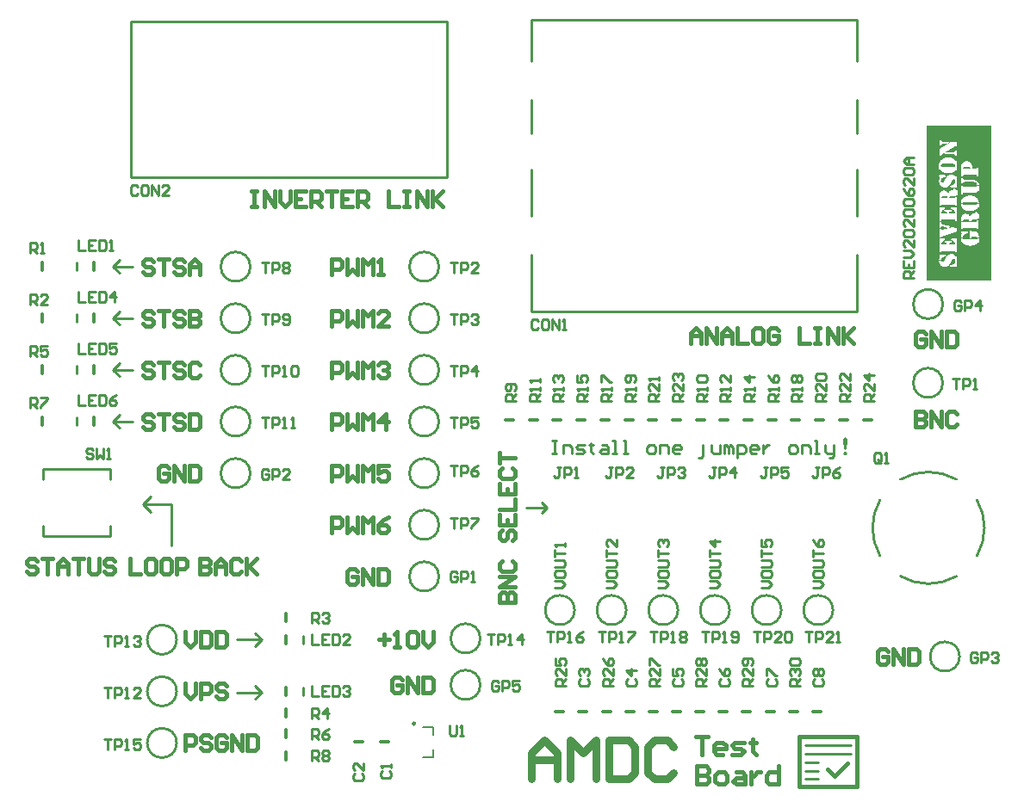
<source format=gto>
G04*
G04 #@! TF.GenerationSoftware,Altium Limited,Altium Designer,19.1.8 (144)*
G04*
G04 Layer_Color=65535*
%FSLAX25Y25*%
%MOIN*%
G70*
G01*
G75*
%ADD10C,0.01000*%
%ADD11C,0.00984*%
%ADD12C,0.01200*%
%ADD13C,0.01500*%
%ADD14C,0.00787*%
%ADD15C,0.03000*%
G36*
X483000Y359000D02*
Y299000D01*
X469814D01*
X458000D01*
Y359000D01*
X469814D01*
D01*
X483000D01*
D02*
G37*
%LPC*%
G36*
X463259Y353598D02*
X462867D01*
X463184D01*
X463142Y353582D01*
X463067Y353557D01*
X463026Y353523D01*
X463009Y353515D01*
Y353507D01*
X462959Y353449D01*
X462925Y353382D01*
X462900Y353315D01*
X462884Y353240D01*
X462876Y353174D01*
X462867Y353124D01*
Y351782D01*
X462884Y351716D01*
X462892Y351658D01*
X462909Y351608D01*
X462925Y351574D01*
X462942Y351549D01*
X462951Y351533D01*
X462959Y351524D01*
X462992Y351483D01*
X463034Y351458D01*
X463126Y351424D01*
X463159Y351416D01*
X463192Y351408D01*
X463217D01*
X463225D01*
X463309Y351416D01*
X463367Y351433D01*
X463409Y351449D01*
X463425Y351458D01*
X463475Y351508D01*
X463517Y351574D01*
X463550Y351624D01*
X463559Y351633D01*
Y351641D01*
X463617Y351733D01*
X463675Y351816D01*
X463725Y351874D01*
X463784Y351933D01*
X463825Y351966D01*
X463867Y351999D01*
X463892Y352008D01*
X463900Y352016D01*
X463975Y352049D01*
X464067Y352082D01*
X464167Y352099D01*
X464258Y352107D01*
X464342Y352116D01*
X464408Y352124D01*
X464450D01*
X464458D01*
X464467D01*
X465841D01*
X466774Y352849D01*
X464467D01*
X464350Y352857D01*
X464250Y352866D01*
X464150Y352882D01*
X464075Y352899D01*
X464008Y352915D01*
X463958Y352924D01*
X463925Y352940D01*
X463917D01*
X463850Y352982D01*
X463784Y353040D01*
X463725Y353107D01*
X463675Y353174D01*
X463634Y353232D01*
X463600Y353282D01*
X463584Y353315D01*
X463575Y353324D01*
X463534Y353415D01*
X463484Y353473D01*
X463450Y353515D01*
X463442Y353523D01*
X463375Y353565D01*
X463309Y353590D01*
X463259Y353598D01*
D02*
G37*
G36*
X469681D02*
Y352849D01*
X467432D01*
X462867Y350225D01*
Y347326D01*
Y347901D01*
X462876Y347801D01*
X462884Y347709D01*
X462892Y347651D01*
X462900Y347601D01*
X462909Y347576D01*
X462917Y347559D01*
Y347551D01*
X462951Y347484D01*
X462992Y347434D01*
X463034Y347401D01*
X463042Y347393D01*
X463051D01*
X463126Y347359D01*
X463192Y347343D01*
X463242Y347334D01*
X463250D01*
X463259D01*
X463334Y347343D01*
X463400Y347368D01*
X463442Y347384D01*
X463450Y347393D01*
X463459D01*
X463509Y347434D01*
X463542Y347484D01*
X463559Y347518D01*
X463567Y347526D01*
X463634Y347709D01*
X463667Y347784D01*
X463700Y347834D01*
X463725Y347867D01*
X463733Y347876D01*
X463759Y347901D01*
X463792Y347926D01*
X463875Y347976D01*
X463908Y348001D01*
X463942Y348017D01*
X463958Y348034D01*
X463967D01*
X469681Y351358D01*
Y349084D01*
X469664Y349167D01*
X469656Y349234D01*
X469639Y349284D01*
X469623Y349317D01*
X469615Y349350D01*
X469598Y349359D01*
Y349367D01*
X469556Y349417D01*
X469515Y349450D01*
X469473Y349475D01*
X469431Y349492D01*
X469398Y349500D01*
X469365Y349509D01*
X469348D01*
X469340D01*
X469265Y349500D01*
X469206Y349483D01*
X469156Y349450D01*
X469106Y349417D01*
X469073Y349383D01*
X469048Y349350D01*
X469040Y349334D01*
X469031Y349325D01*
X468957Y349175D01*
X468906Y349100D01*
X468856Y349034D01*
X468798Y348984D01*
X468748Y348934D01*
X468707Y348900D01*
X468673Y348875D01*
X468648Y348867D01*
X468640Y348859D01*
X468557Y348825D01*
X468473Y348800D01*
X468390Y348784D01*
X468307Y348775D01*
X468232Y348767D01*
X468173Y348759D01*
X468140D01*
X468123D01*
X465508D01*
X464575Y348034D01*
X468123D01*
X468232Y348026D01*
X468340Y348017D01*
X468432Y347992D01*
X468515Y347967D01*
X468665Y347901D01*
X468782Y347826D01*
X468865Y347751D01*
X468923Y347684D01*
X468965Y347634D01*
X468973Y347626D01*
Y347618D01*
X469006Y347559D01*
X469040Y347509D01*
X469065Y347468D01*
X469090Y347443D01*
X469123Y347401D01*
X469140Y347384D01*
X469198Y347351D01*
X469256Y347334D01*
X469306Y347326D01*
X469681D01*
Y353598D01*
D02*
G37*
G36*
X469806Y346801D02*
D01*
Y343836D01*
X469781Y344061D01*
X469748Y344277D01*
X469698Y344477D01*
X469639Y344669D01*
X469581Y344844D01*
X469506Y345002D01*
X469440Y345152D01*
X469365Y345293D01*
X469290Y345410D01*
X469223Y345518D01*
X469156Y345610D01*
X469098Y345685D01*
X469048Y345743D01*
X469015Y345785D01*
X468990Y345810D01*
X468981Y345818D01*
X468790Y345993D01*
X468582Y346143D01*
X468373Y346276D01*
X468148Y346385D01*
X467923Y346485D01*
X467699Y346560D01*
X467482Y346626D01*
X467266Y346676D01*
X467065Y346718D01*
X466882Y346751D01*
X466716Y346768D01*
X466566Y346784D01*
X466449Y346793D01*
X466358Y346801D01*
X462742D01*
Y340695D01*
Y343653D01*
Y343836D01*
X463434D01*
X463459Y343902D01*
X463484Y343961D01*
X463509Y344011D01*
X463525Y344044D01*
X463542Y344069D01*
X463550Y344086D01*
X463559Y344102D01*
X463592Y344144D01*
X463634Y344186D01*
X463667Y344202D01*
X463684Y344211D01*
X463733Y344236D01*
X463792Y344261D01*
X463908Y344286D01*
X463967Y344294D01*
X464000D01*
X464033D01*
X464042D01*
X468373D01*
X468507Y344286D01*
X468615Y344277D01*
X468715Y344261D01*
X468790Y344236D01*
X468848Y344211D01*
X468890Y344194D01*
X468915Y344186D01*
X468923Y344177D01*
X468965Y344136D01*
X468998Y344102D01*
X469023Y344077D01*
X469031Y344069D01*
X469048Y344044D01*
X469056Y344011D01*
X469081Y343936D01*
X469090Y343894D01*
X469098Y343869D01*
X469106Y343844D01*
Y343836D01*
X469806D01*
Y343653D01*
X469106D01*
X469081Y343561D01*
X469048Y343478D01*
X469023Y343419D01*
X468998Y343378D01*
X468973Y343344D01*
X468957Y343328D01*
X468940Y343311D01*
X468865Y343278D01*
X468782Y343253D01*
X468590Y343219D01*
X468507Y343211D01*
X468440Y343203D01*
X468390D01*
X468382D01*
X468373D01*
X464042D01*
X463950D01*
X463875Y343219D01*
X463808Y343228D01*
X463750Y343244D01*
X463709Y343261D01*
X463684Y343269D01*
X463667Y343286D01*
X463659D01*
X463617Y343328D01*
X463567Y343378D01*
X463500Y343502D01*
X463475Y343561D01*
X463450Y343611D01*
X463442Y343644D01*
X463434Y343653D01*
X462742D01*
X462759Y343419D01*
X462784Y343203D01*
X462826Y343011D01*
X462867Y342853D01*
X462884Y342786D01*
X462900Y342720D01*
X462917Y342670D01*
X462934Y342628D01*
X462951Y342595D01*
X462959Y342570D01*
X462967Y342553D01*
Y342545D01*
X463042Y342378D01*
X463134Y342228D01*
X463234Y342086D01*
X463325Y341962D01*
X463409Y341853D01*
X463475Y341778D01*
X463517Y341728D01*
X463525Y341720D01*
X463534Y341712D01*
X463725Y341537D01*
X463925Y341378D01*
X464125Y341245D01*
X464317Y341137D01*
X464400Y341095D01*
X464475Y341054D01*
X464550Y341020D01*
X464608Y340995D01*
X464658Y340970D01*
X464691Y340953D01*
X464716Y340945D01*
X464725D01*
X464991Y340862D01*
X465266Y340804D01*
X465524Y340754D01*
X465766Y340729D01*
X465874Y340720D01*
X465974Y340712D01*
X466066Y340704D01*
X466141D01*
X466199Y340695D01*
X466283D01*
X466599Y340704D01*
X466891Y340737D01*
X467174Y340787D01*
X467432Y340845D01*
X467674Y340920D01*
X467890Y341003D01*
X468098Y341087D01*
X468282Y341178D01*
X468440Y341270D01*
X468582Y341353D01*
X468707Y341437D01*
X468798Y341512D01*
X468882Y341570D01*
X468940Y341620D01*
X468973Y341653D01*
X468981Y341662D01*
X469115Y341811D01*
X469223Y341962D01*
X469331Y342128D01*
X469423Y342295D01*
X469498Y342461D01*
X469564Y342628D01*
X469623Y342786D01*
X469664Y342944D01*
X469706Y343086D01*
X469739Y343219D01*
X469765Y343344D01*
X469781Y343444D01*
X469790Y343536D01*
X469798Y343594D01*
X469806Y343636D01*
Y341662D01*
Y346801D01*
D02*
G37*
G36*
X478124Y345393D02*
X471311D01*
D01*
X473401D01*
X473151Y345377D01*
X472927Y345335D01*
X472727Y345285D01*
X472552Y345218D01*
X472477Y345185D01*
X472410Y345152D01*
X472352Y345127D01*
X472302Y345102D01*
X472268Y345077D01*
X472243Y345060D01*
X472227Y345052D01*
X472219Y345044D01*
X472052Y344910D01*
X471910Y344760D01*
X471785Y344610D01*
X471685Y344461D01*
X471610Y344327D01*
X471577Y344269D01*
X471552Y344227D01*
X471535Y344186D01*
X471519Y344152D01*
X471510Y344136D01*
Y344127D01*
X471477Y344027D01*
X471444Y343919D01*
X471419Y343794D01*
X471394Y343669D01*
X471360Y343403D01*
X471336Y343136D01*
X471327Y343011D01*
X471319Y342903D01*
Y342794D01*
X471311Y342703D01*
Y342320D01*
Y342520D01*
X472027D01*
X472044Y342619D01*
X472069Y342703D01*
X472085Y342770D01*
X472110Y342819D01*
X472127Y342861D01*
X472144Y342886D01*
X472152Y342894D01*
X472160Y342903D01*
X472227Y342969D01*
X472294Y343011D01*
X472335Y343028D01*
X472343Y343036D01*
X472352D01*
X472393Y343044D01*
X472435Y343053D01*
X472535Y343069D01*
X472577D01*
X472618D01*
X472643D01*
X472652D01*
X474201D01*
X474309Y343061D01*
X474401Y343053D01*
X474484Y343036D01*
X474559Y343019D01*
X474617Y342994D01*
X474659Y342978D01*
X474684Y342969D01*
X474692Y342961D01*
X474734Y342928D01*
X474767Y342894D01*
X474784Y342869D01*
X474792Y342853D01*
X474809Y342819D01*
X474826Y342778D01*
X474859Y342670D01*
X474876Y342611D01*
X474892Y342570D01*
X474901Y342536D01*
Y342528D01*
X475600D01*
Y342720D01*
X475592Y342886D01*
X475584Y343044D01*
X475575Y343186D01*
X475559Y343319D01*
X475542Y343428D01*
X475526Y343536D01*
X475509Y343619D01*
X475492Y343702D01*
X475476Y343769D01*
X475459Y343819D01*
X475442Y343861D01*
X475434Y343894D01*
X475425Y343919D01*
X475417Y343936D01*
X475367Y344077D01*
X475317Y344202D01*
X475259Y344319D01*
X475201Y344427D01*
X475142Y344527D01*
X475076Y344619D01*
X475017Y344702D01*
X474959Y344777D01*
X474901Y344835D01*
X474851Y344894D01*
X474809Y344944D01*
X474767Y344977D01*
X474734Y345010D01*
X474709Y345027D01*
X474692Y345044D01*
X474684D01*
X474484Y345160D01*
X474268Y345244D01*
X474051Y345310D01*
X473851Y345352D01*
X473760Y345368D01*
X473676Y345377D01*
X473593Y345385D01*
X473526D01*
X473476Y345393D01*
X478124D01*
D02*
G37*
G36*
X477800Y342919D02*
X477775D01*
X477766D01*
X477716D01*
X477666Y342903D01*
X477583Y342861D01*
X477525Y342803D01*
X477475Y342736D01*
X477441Y342670D01*
X477416Y342611D01*
X477400Y342570D01*
Y342553D01*
X477391Y342511D01*
X477375Y342478D01*
X477366Y342436D01*
X477358Y342420D01*
Y342411D01*
X477350Y342395D01*
X477333Y342370D01*
X477316Y342361D01*
X477308Y342353D01*
X477291Y342345D01*
X477258Y342336D01*
X477191Y342328D01*
X477158Y342320D01*
X477133D01*
X477116D01*
X477108D01*
X471311D01*
Y339854D01*
X471327Y339787D01*
X471336Y339729D01*
X471352Y339687D01*
X471369Y339646D01*
X471385Y339621D01*
X471394Y339604D01*
X471402Y339596D01*
X471444Y339554D01*
X471485Y339521D01*
X471527Y339504D01*
X471569Y339488D01*
X471610Y339479D01*
X471644Y339471D01*
X471669D01*
X471760Y339479D01*
X471835Y339512D01*
X471902Y339554D01*
X471944Y339604D01*
X471985Y339646D01*
X472010Y339687D01*
X472019Y339721D01*
X472027Y339729D01*
X472044Y339779D01*
X472060Y339821D01*
X472069Y339846D01*
X472077Y339862D01*
X472085Y339887D01*
Y339904D01*
X472093Y339912D01*
X472102Y339921D01*
X472110D01*
X472135Y339937D01*
X472160Y339946D01*
X472227Y339954D01*
X472277Y339962D01*
X472294D01*
X472302D01*
X477150D01*
X477233Y339954D01*
X477291Y339946D01*
X477325Y339929D01*
X477333Y339921D01*
X477358Y339896D01*
X477366Y339887D01*
X477375Y339879D01*
Y339862D01*
X477400Y339804D01*
X477416Y339754D01*
X477425Y339737D01*
Y339729D01*
X477466Y339646D01*
X477516Y339579D01*
X477575Y339537D01*
X477633Y339504D01*
X477683Y339488D01*
X477733Y339479D01*
X477766Y339471D01*
X477775D01*
X477833Y339479D01*
X477891Y339488D01*
X477975Y339537D01*
X477999Y339554D01*
X478024Y339579D01*
X478033Y339587D01*
X478041Y339596D01*
X478091Y339704D01*
X478116Y339812D01*
Y339854D01*
X478124Y339896D01*
Y342461D01*
X478116Y342536D01*
X478099Y342603D01*
X478091Y342653D01*
X478075Y342686D01*
X478066Y342720D01*
X478058Y342728D01*
Y342736D01*
X478016Y342794D01*
X477966Y342845D01*
X477916Y342878D01*
X477875Y342894D01*
X477833Y342911D01*
X477800Y342919D01*
D02*
G37*
G36*
X464908Y339987D02*
X464891D01*
X464883D01*
X463284D01*
X463200D01*
X463126Y339971D01*
X463067Y339962D01*
X463009Y339946D01*
X462976Y339929D01*
X462942Y339912D01*
X462925Y339904D01*
X462917Y339896D01*
X462876Y339862D01*
X462842Y339821D01*
X462817Y339771D01*
X462801Y339729D01*
X462792Y339687D01*
X462784Y339654D01*
Y339621D01*
X462792Y339562D01*
X462809Y339512D01*
X462867Y339421D01*
X462900Y339387D01*
X462925Y339371D01*
X462942Y339354D01*
X462951Y339346D01*
X463059Y339263D01*
X463084Y339238D01*
X463092Y339221D01*
X463100Y339204D01*
Y339196D01*
X463092Y339163D01*
X463084Y339121D01*
X463075Y339088D01*
Y339071D01*
X463017Y338929D01*
X462967Y338813D01*
X462934Y338704D01*
X462900Y338613D01*
X462876Y338546D01*
X462859Y338496D01*
X462851Y338463D01*
Y338455D01*
X462826Y338363D01*
X462809Y338263D01*
X462792Y338163D01*
X462784Y338063D01*
X462776Y337971D01*
X462767Y337896D01*
Y337830D01*
X463475D01*
X463534Y338030D01*
X463592Y338205D01*
X463650Y338355D01*
X463709Y338479D01*
X463759Y338580D01*
X463800Y338646D01*
X463825Y338688D01*
X463834Y338704D01*
X463958Y338771D01*
X464067Y338838D01*
X464167Y338888D01*
X464250Y338929D01*
X464325Y338963D01*
X464375Y338988D01*
X464408Y339004D01*
X464417Y339013D01*
X464592Y339096D01*
X464675Y339129D01*
X464742Y339154D01*
X464808Y339171D01*
X464850Y339188D01*
X464883Y339196D01*
X464891D01*
X464983Y339213D01*
X465041Y339238D01*
X465083Y339246D01*
X465100Y339254D01*
X465150Y339288D01*
X465183Y339321D01*
X465216Y339346D01*
X465225Y339354D01*
X465266Y339429D01*
X465291Y339512D01*
Y339537D01*
X465300Y339562D01*
Y339587D01*
X465291Y339654D01*
X465283Y339704D01*
X465241Y339796D01*
X465216Y339829D01*
X465200Y339854D01*
X465191Y339862D01*
X465183Y339871D01*
X465133Y339912D01*
X465083Y339937D01*
X464983Y339971D01*
X464941Y339979D01*
X464908Y339987D01*
D02*
G37*
G36*
X469806Y340220D02*
Y337563D01*
X469798Y337713D01*
X469790Y337855D01*
X469773Y337988D01*
X469756Y338096D01*
X469739Y338196D01*
X469731Y338271D01*
X469714Y338313D01*
Y338330D01*
X469681Y338463D01*
X469639Y338588D01*
X469598Y338704D01*
X469564Y338804D01*
X469531Y338879D01*
X469498Y338946D01*
X469481Y338979D01*
X469473Y338996D01*
X469348Y339196D01*
X469206Y339371D01*
X469065Y339529D01*
X468931Y339654D01*
X468807Y339754D01*
X468715Y339829D01*
X468673Y339854D01*
X468648Y339871D01*
X468632Y339887D01*
X468623D01*
X468415Y339996D01*
X468207Y340079D01*
X467999Y340137D01*
X467815Y340179D01*
X467732Y340195D01*
X467657Y340204D01*
X467590Y340212D01*
X467532D01*
X467490Y340220D01*
X462742D01*
Y337588D01*
Y337655D01*
Y340220D01*
X467424D01*
X467266Y340212D01*
X467107Y340187D01*
X466957Y340154D01*
X466816Y340112D01*
X466682Y340062D01*
X466557Y340004D01*
X466441Y339937D01*
X466332Y339879D01*
X466241Y339812D01*
X466149Y339746D01*
X466074Y339687D01*
X466016Y339637D01*
X465966Y339596D01*
X465933Y339562D01*
X465908Y339537D01*
X465899Y339529D01*
X465824Y339471D01*
X465758Y339412D01*
X465691Y339346D01*
X465641Y339288D01*
X465599Y339229D01*
X465566Y339188D01*
X465550Y339154D01*
X465541Y339146D01*
X465483Y339046D01*
X465416Y338938D01*
X465358Y338821D01*
X465300Y338704D01*
X465258Y338604D01*
X465216Y338521D01*
X465200Y338488D01*
X465191Y338463D01*
X465183Y338455D01*
Y338446D01*
X465125Y338321D01*
X465075Y338205D01*
X465033Y338105D01*
X464983Y338013D01*
X464950Y337930D01*
X464916Y337855D01*
X464883Y337788D01*
X464858Y337730D01*
X464808Y337638D01*
X464783Y337580D01*
X464767Y337547D01*
X464758Y337538D01*
X464700Y337447D01*
X464650Y337363D01*
X464592Y337297D01*
X464550Y337238D01*
X464508Y337197D01*
X464475Y337172D01*
X464458Y337155D01*
X464450Y337147D01*
X464392Y337113D01*
X464325Y337088D01*
X464200Y337055D01*
X464150Y337047D01*
X464108Y337038D01*
X464083D01*
X464075D01*
X464000Y337047D01*
X463925Y337063D01*
X463867Y337080D01*
X463817Y337105D01*
X463775Y337130D01*
X463742Y337155D01*
X463725Y337163D01*
X463717Y337172D01*
X463667Y337230D01*
X463617Y337305D01*
X463542Y337463D01*
X463509Y337538D01*
X463492Y337597D01*
X463475Y337638D01*
Y337655D01*
X462742D01*
X462751Y337472D01*
X462776Y337305D01*
X462801Y337147D01*
X462834Y336997D01*
X462867Y336855D01*
X462909Y336722D01*
X462942Y336605D01*
X462984Y336497D01*
X463026Y336405D01*
X463067Y336322D01*
X463100Y336247D01*
X463134Y336189D01*
X463159Y336139D01*
X463184Y336105D01*
X463192Y336089D01*
X463200Y336081D01*
X463317Y335931D01*
X463450Y335797D01*
X463584Y335681D01*
X463709Y335589D01*
X463817Y335514D01*
X463908Y335456D01*
X463942Y335439D01*
X463967Y335422D01*
X463983Y335414D01*
X463992D01*
X464175Y335339D01*
X464358Y335281D01*
X464542Y335239D01*
X464708Y335214D01*
X464850Y335197D01*
X464908Y335189D01*
X464958Y335181D01*
X462742D01*
X469240D01*
X469331Y335189D01*
X469406Y335197D01*
X469473Y335214D01*
X469531Y335239D01*
X469581Y335264D01*
X469623Y335297D01*
X469681Y335364D01*
X469723Y335431D01*
X469739Y335489D01*
X469748Y335531D01*
Y335547D01*
X469739Y335606D01*
X469723Y335656D01*
X469673Y335747D01*
X469648Y335781D01*
X469623Y335806D01*
X469606Y335822D01*
X469598Y335831D01*
X469539Y335889D01*
X469498Y335922D01*
X469481Y335939D01*
Y335947D01*
X469465Y335972D01*
X469456Y336005D01*
Y336072D01*
X469465Y336105D01*
X469473Y336130D01*
X469481Y336139D01*
X469490Y336172D01*
X469506Y336206D01*
X469548Y336305D01*
X469564Y336347D01*
X469573Y336389D01*
X469590Y336414D01*
Y336422D01*
X469664Y336597D01*
X469714Y336764D01*
X469756Y336930D01*
X469781Y337080D01*
X469798Y337213D01*
Y337272D01*
X469806Y337313D01*
Y335181D01*
D01*
D01*
Y340220D01*
D02*
G37*
G36*
X478249Y338813D02*
X471311D01*
D01*
X471660D01*
X471594Y338804D01*
X471535Y338771D01*
X471485Y338729D01*
X471444Y338688D01*
X471411Y338638D01*
X471377Y338596D01*
X471369Y338563D01*
X471360Y338555D01*
X471344Y338546D01*
X471336Y338529D01*
X471327Y338505D01*
Y338496D01*
X471319Y338471D01*
Y338430D01*
X471311Y338363D01*
Y337005D01*
X471319Y336930D01*
X471336Y336863D01*
X471344Y336813D01*
X471360Y336772D01*
X471377Y336747D01*
X471385Y336730D01*
Y336722D01*
X471419Y336680D01*
X471460Y336647D01*
X471502Y336630D01*
X471544Y336614D01*
X471585Y336605D01*
X471610Y336597D01*
X471635D01*
X471644D01*
X471744Y336605D01*
X471810Y336630D01*
X471852Y336647D01*
X471869Y336655D01*
X471894Y336689D01*
X471927Y336722D01*
X471977Y336797D01*
X472002Y336830D01*
X472019Y336863D01*
X472027Y336880D01*
X472035Y336889D01*
X472085Y336972D01*
X472135Y337038D01*
X472202Y337105D01*
X472260Y337155D01*
X472402Y337238D01*
X472535Y337288D01*
X472668Y337322D01*
X472718Y337330D01*
X472768Y337338D01*
X472810Y337347D01*
X472843D01*
X472860D01*
X472868D01*
X476025D01*
X476150D01*
X476275Y337330D01*
X476500Y337288D01*
X476708Y337230D01*
X476883Y337163D01*
X476958Y337122D01*
X477025Y337088D01*
X477083Y337055D01*
X477133Y337030D01*
X477175Y337005D01*
X477200Y336988D01*
X477216Y336980D01*
X477225Y336972D01*
X477275Y336863D01*
X477316Y336739D01*
X477358Y336605D01*
X477383Y336472D01*
X477408Y336355D01*
X477425Y336264D01*
X477433Y336222D01*
X477441Y336197D01*
Y336172D01*
X478249D01*
Y335922D01*
X477450D01*
X477416Y335831D01*
X477391Y335756D01*
X477375Y335697D01*
X477358Y335656D01*
X477341Y335622D01*
X477333Y335606D01*
X477325Y335589D01*
X477283Y335547D01*
X477242Y335506D01*
X477200Y335481D01*
X477183Y335472D01*
X477100Y335439D01*
X477017Y335414D01*
X476975Y335406D01*
X476950Y335397D01*
X476933D01*
X476925D01*
X476858Y335389D01*
X476775D01*
X476683D01*
X476583Y335381D01*
X476500D01*
X476425D01*
X476375D01*
X476367D01*
X476359D01*
X472302D01*
X472252D01*
X472210Y335389D01*
X472152Y335397D01*
X472119Y335406D01*
X472110Y335414D01*
X472093Y335422D01*
X472085Y335431D01*
Y335439D01*
X472077Y335447D01*
X472069Y335472D01*
X472052Y335522D01*
X472035Y335572D01*
X472027Y335589D01*
Y335597D01*
X471985Y335689D01*
X471935Y335756D01*
X471877Y335806D01*
X471810Y335839D01*
X471760Y335856D01*
X471710Y335872D01*
X471677D01*
X471669D01*
X471585Y335864D01*
X471527Y335839D01*
X471485Y335806D01*
X471469Y335797D01*
X471411Y335731D01*
X471369Y335672D01*
X471344Y335622D01*
X471336Y335606D01*
Y335597D01*
X471311Y335397D01*
Y332915D01*
X471327Y332849D01*
X471336Y332790D01*
X471352Y332749D01*
X471369Y332707D01*
X471385Y332682D01*
X471394Y332665D01*
X471402Y332657D01*
X471444Y332615D01*
X471485Y332582D01*
X471527Y332565D01*
X471569Y332549D01*
X471610Y332540D01*
X471644Y332532D01*
X471669D01*
X471760Y332540D01*
X471835Y332574D01*
X471902Y332615D01*
X471944Y332665D01*
X471985Y332707D01*
X472010Y332749D01*
X472019Y332782D01*
X472027Y332790D01*
X472044Y332840D01*
X472060Y332882D01*
X472069Y332907D01*
X472077Y332923D01*
X472085Y332948D01*
Y332965D01*
X472093Y332973D01*
X472102Y332982D01*
X472110D01*
X472135Y332998D01*
X472160Y333007D01*
X472227Y333015D01*
X472277Y333023D01*
X472294D01*
X472302D01*
X476100D01*
X476334Y333032D01*
X476542Y333048D01*
X476717Y333073D01*
X476858Y333107D01*
X476975Y333140D01*
X477058Y333165D01*
X477108Y333182D01*
X477116Y333190D01*
X477125D01*
X477250Y333265D01*
X477366Y333348D01*
X477475Y333440D01*
X477566Y333531D01*
X477641Y333607D01*
X477691Y333682D01*
X477733Y333723D01*
X477741Y333740D01*
X477833Y333890D01*
X477916Y334048D01*
X477983Y334198D01*
X478033Y334339D01*
X478083Y334456D01*
X478108Y334556D01*
X478116Y334589D01*
X478124Y334614D01*
X478133Y334631D01*
Y334639D01*
X478174Y334806D01*
X478199Y334989D01*
X478224Y335164D01*
X478233Y335331D01*
X478241Y335481D01*
X478249Y335547D01*
Y332682D01*
Y338813D01*
D02*
G37*
G36*
X469814Y334739D02*
D01*
Y333273D01*
X469806Y333382D01*
X469790Y333482D01*
X469773Y333565D01*
X469765Y333631D01*
X469748Y333690D01*
X469739Y333723D01*
Y333731D01*
X469706Y333823D01*
X469673Y333906D01*
X469631Y333990D01*
X469590Y334056D01*
X469556Y334115D01*
X469523Y334165D01*
X469506Y334190D01*
X469498Y334198D01*
X469431Y334281D01*
X469356Y334356D01*
X469281Y334415D01*
X469223Y334473D01*
X469165Y334523D01*
X469123Y334556D01*
X469090Y334573D01*
X469081Y334581D01*
X468990Y334631D01*
X468915Y334673D01*
X468840Y334698D01*
X468782Y334723D01*
X468731Y334731D01*
X468698Y334739D01*
X469814D01*
X462867D01*
X468665D01*
X468615Y334731D01*
X468573Y334723D01*
X468498Y334681D01*
X468465Y334656D01*
X468440Y334639D01*
X468432Y334631D01*
X468423Y334623D01*
X468382Y334581D01*
X468348Y334539D01*
X468332Y334498D01*
X468315Y334456D01*
X468307Y334431D01*
X468298Y334406D01*
Y334381D01*
X468307Y334314D01*
X468323Y334265D01*
X468382Y334165D01*
X468415Y334131D01*
X468448Y334106D01*
X468465Y334090D01*
X468473Y334081D01*
X468523Y334040D01*
X468557Y334023D01*
X468573Y334006D01*
Y333998D01*
X468565Y334006D01*
X468548D01*
X468532D01*
X468523D01*
X467515D01*
X467424Y333998D01*
X467332Y333990D01*
X467257Y333965D01*
X467182Y333948D01*
X467124Y333923D01*
X467082Y333898D01*
X467049Y333890D01*
X467040Y333881D01*
X466957Y333831D01*
X466882Y333781D01*
X466807Y333723D01*
X466749Y333665D01*
X466707Y333615D01*
X466674Y333573D01*
X466649Y333540D01*
X466641Y333531D01*
X466541Y333373D01*
X466499Y333298D01*
X466466Y333232D01*
X466441Y333165D01*
X466424Y333115D01*
X466407Y333082D01*
Y333073D01*
X466374Y332973D01*
X466358Y332874D01*
X466341Y332765D01*
X466324Y332674D01*
Y332590D01*
X466316Y332515D01*
Y332457D01*
X466307Y332607D01*
X466283Y332740D01*
X466266Y332857D01*
X466241Y332957D01*
X466216Y333032D01*
X466191Y333090D01*
X466183Y333123D01*
X466174Y333132D01*
X466124Y333223D01*
X466074Y333307D01*
X466016Y333382D01*
X465966Y333448D01*
X465924Y333498D01*
X465891Y333540D01*
X465866Y333565D01*
X465858Y333573D01*
X465766Y333657D01*
X465666Y333731D01*
X465575Y333790D01*
X465475Y333840D01*
X465275Y333923D01*
X465083Y333981D01*
X465000Y333998D01*
X464916Y334015D01*
X464850Y334023D01*
X464783Y334031D01*
X464733Y334040D01*
X464700D01*
X464675D01*
X464667D01*
X464508Y334031D01*
X464350Y334015D01*
X464208Y333973D01*
X464083Y333931D01*
X463958Y333881D01*
X463842Y333823D01*
X463742Y333765D01*
X463650Y333698D01*
X463567Y333631D01*
X463500Y333573D01*
X463442Y333515D01*
X463392Y333465D01*
X463350Y333423D01*
X463325Y333390D01*
X463309Y333365D01*
X463300Y333357D01*
X463184Y333173D01*
X463100Y332998D01*
X463034Y332815D01*
X462976Y332657D01*
X462942Y332507D01*
X462934Y332449D01*
X462925Y332399D01*
X462917Y332357D01*
X462909Y332324D01*
Y332299D01*
X462892Y332149D01*
X462884Y331991D01*
X462876Y331832D01*
Y331691D01*
X462867Y331566D01*
Y331149D01*
X463584D01*
X463625Y331266D01*
X463659Y331366D01*
X463700Y331449D01*
X463733Y331507D01*
X463767Y331549D01*
X463784Y331582D01*
X463800Y331591D01*
X463808Y331599D01*
X463859Y331632D01*
X463925Y331657D01*
X464050Y331691D01*
X464108D01*
X464158Y331699D01*
X464192D01*
X464200D01*
X465491D01*
X465558D01*
X465624Y331691D01*
X465674D01*
X465708Y331682D01*
X465741Y331674D01*
X465766D01*
X465774Y331666D01*
X465783D01*
X465841Y331641D01*
X465883Y331624D01*
X465908Y331616D01*
X465916Y331607D01*
X465949Y331549D01*
X465983Y331474D01*
X466024Y331332D01*
X466041Y331266D01*
X466058Y331207D01*
X466066Y331174D01*
Y331157D01*
X466757D01*
X466774Y331266D01*
X466799Y331349D01*
X466824Y331424D01*
X466857Y331474D01*
X466882Y331516D01*
X466907Y331549D01*
X466916Y331557D01*
X466924Y331566D01*
X467024Y331624D01*
X467115Y331666D01*
X467157Y331674D01*
X467191Y331682D01*
X467207Y331691D01*
X467215D01*
X467240D01*
X467282Y331699D01*
X467332D01*
X467382D01*
X467432D01*
X467474D01*
X467507D01*
X467515D01*
X468332D01*
X468457Y331707D01*
X468582Y331716D01*
X468798Y331757D01*
X468981Y331824D01*
X469140Y331891D01*
X469206Y331924D01*
X469265Y331957D01*
X469315Y331991D01*
X469348Y332024D01*
X469381Y332049D01*
X469406Y332065D01*
X469415Y332082D01*
X469423D01*
X469490Y332157D01*
X469548Y332240D01*
X469648Y332407D01*
X469714Y332590D01*
X469765Y332757D01*
X469790Y332915D01*
X469806Y332982D01*
Y333040D01*
X469814Y333082D01*
Y328125D01*
D01*
Y334739D01*
D02*
G37*
G36*
X478249Y332090D02*
X471186D01*
D01*
X474726D01*
X474409Y332082D01*
X474101Y332049D01*
X473826Y331999D01*
X473560Y331932D01*
X473310Y331857D01*
X473085Y331766D01*
X472885Y331674D01*
X472693Y331582D01*
X472527Y331482D01*
X472385Y331391D01*
X472260Y331307D01*
X472160Y331224D01*
X472077Y331157D01*
X472027Y331107D01*
X471985Y331074D01*
X471977Y331066D01*
X471844Y330916D01*
X471727Y330766D01*
X471635Y330624D01*
X471552Y330499D01*
X471494Y330391D01*
X471444Y330299D01*
X471427Y330266D01*
X471419Y330241D01*
X471411Y330233D01*
Y330224D01*
X471344Y330050D01*
X471294Y329866D01*
X471252Y329683D01*
X471219Y329508D01*
X471202Y329358D01*
X471194Y329292D01*
Y329233D01*
X471186Y329192D01*
Y329125D01*
X471877D01*
X471902Y329192D01*
X471927Y329250D01*
X471952Y329300D01*
X471969Y329333D01*
X471985Y329358D01*
X471994Y329375D01*
X472002Y329392D01*
X472035Y329433D01*
X472077Y329475D01*
X472110Y329491D01*
X472127Y329500D01*
X472177Y329525D01*
X472235Y329550D01*
X472352Y329575D01*
X472410Y329583D01*
X472443D01*
X472477D01*
X472485D01*
X476817D01*
X476950Y329575D01*
X477058Y329566D01*
X477158Y329550D01*
X477233Y329525D01*
X477291Y329500D01*
X477333Y329483D01*
X477358Y329475D01*
X477366Y329467D01*
X477408Y329425D01*
X477441Y329392D01*
X477466Y329366D01*
X477475Y329358D01*
X477491Y329333D01*
X477500Y329300D01*
X477525Y329225D01*
X477533Y329183D01*
X477541Y329158D01*
X477550Y329133D01*
Y329125D01*
X478249D01*
Y328942D01*
X477550D01*
X477525Y328850D01*
X477491Y328767D01*
X477466Y328708D01*
X477441Y328667D01*
X477416Y328633D01*
X477400Y328617D01*
X477383Y328600D01*
X477308Y328567D01*
X477225Y328542D01*
X477033Y328508D01*
X476950Y328500D01*
X476883Y328492D01*
X476833D01*
X476825D01*
X476817D01*
X472485D01*
X472393D01*
X472318Y328508D01*
X472252Y328517D01*
X472193Y328534D01*
X472152Y328550D01*
X472127Y328558D01*
X472110Y328575D01*
X472102D01*
X472060Y328617D01*
X472010Y328667D01*
X471944Y328792D01*
X471919Y328850D01*
X471894Y328900D01*
X471885Y328933D01*
X471877Y328942D01*
X471186D01*
X471202Y328708D01*
X471227Y328492D01*
X471269Y328300D01*
X471311Y328142D01*
X471327Y328075D01*
X471344Y328009D01*
X471360Y327959D01*
X471377Y327917D01*
X471394Y327884D01*
X471402Y327859D01*
X471411Y327842D01*
Y327834D01*
X471485Y327667D01*
X471577Y327517D01*
X471677Y327376D01*
X471769Y327251D01*
X471852Y327142D01*
X471919Y327067D01*
X471960Y327017D01*
X471969Y327009D01*
X471977Y327001D01*
X472168Y326826D01*
X472368Y326668D01*
X472568Y326534D01*
X472760Y326426D01*
X472843Y326384D01*
X472918Y326343D01*
X472993Y326309D01*
X473052Y326284D01*
X473102Y326259D01*
X473135Y326243D01*
X473160Y326234D01*
X473168D01*
X473435Y326151D01*
X473710Y326093D01*
X473968Y326043D01*
X474209Y326018D01*
X474318Y326009D01*
X474418Y326001D01*
X474509Y325993D01*
X474584D01*
X474643Y325985D01*
X474726D01*
X475042Y325993D01*
X475334Y326026D01*
X475617Y326076D01*
X475875Y326134D01*
X476117Y326209D01*
X476334Y326293D01*
X476542Y326376D01*
X476725Y326468D01*
X476883Y326559D01*
X477025Y326643D01*
X477150Y326726D01*
X477242Y326801D01*
X477325Y326859D01*
X477383Y326909D01*
X477416Y326942D01*
X477425Y326951D01*
X477558Y327101D01*
X477666Y327251D01*
X477775Y327417D01*
X477866Y327584D01*
X477941Y327750D01*
X478008Y327917D01*
X478066Y328075D01*
X478108Y328234D01*
X478149Y328375D01*
X478183Y328508D01*
X478208Y328633D01*
X478224Y328733D01*
X478233Y328825D01*
X478241Y328883D01*
X478249Y328925D01*
Y326968D01*
Y332090D01*
D02*
G37*
G36*
X469356Y331574D02*
X469331D01*
X469323D01*
X469273D01*
X469223Y331557D01*
X469140Y331516D01*
X469081Y331457D01*
X469031Y331391D01*
X468998Y331324D01*
X468973Y331266D01*
X468957Y331224D01*
Y331207D01*
X468948Y331166D01*
X468931Y331133D01*
X468923Y331091D01*
X468915Y331074D01*
Y331066D01*
X468906Y331049D01*
X468890Y331024D01*
X468873Y331016D01*
X468865Y331008D01*
X468848Y330999D01*
X468815Y330991D01*
X468748Y330982D01*
X468715Y330974D01*
X468690D01*
X468673D01*
X468665D01*
X462867D01*
Y328508D01*
X462884Y328442D01*
X462892Y328384D01*
X462909Y328342D01*
X462925Y328300D01*
X462942Y328275D01*
X462951Y328259D01*
X462959Y328250D01*
X463000Y328209D01*
X463042Y328175D01*
X463084Y328159D01*
X463126Y328142D01*
X463167Y328134D01*
X463200Y328125D01*
X462867D01*
X463719D01*
X463225D01*
X463317Y328134D01*
X463392Y328167D01*
X463459Y328209D01*
X463500Y328259D01*
X463542Y328300D01*
X463567Y328342D01*
X463575Y328375D01*
X463584Y328384D01*
X463600Y328434D01*
X463617Y328475D01*
X463625Y328500D01*
X463634Y328517D01*
X463642Y328542D01*
Y328558D01*
X463650Y328567D01*
X463659Y328575D01*
X463667D01*
X463692Y328592D01*
X463717Y328600D01*
X463784Y328608D01*
X463834Y328617D01*
X463850D01*
X463859D01*
X468707D01*
X468790Y328608D01*
X468848Y328600D01*
X468882Y328584D01*
X468890Y328575D01*
X468915Y328550D01*
X468923Y328542D01*
X468931Y328534D01*
Y328517D01*
X468957Y328459D01*
X468973Y328409D01*
X468981Y328392D01*
Y328384D01*
X469023Y328300D01*
X469073Y328234D01*
X469131Y328192D01*
X469190Y328159D01*
X469240Y328142D01*
X469290Y328134D01*
X469323Y328125D01*
X469331D01*
X469390Y328134D01*
X469448Y328142D01*
X469531Y328192D01*
X469556Y328209D01*
X469581Y328234D01*
X469590Y328242D01*
X469598Y328250D01*
X469648Y328359D01*
X469673Y328467D01*
Y328508D01*
X469681Y328550D01*
Y331116D01*
X469673Y331191D01*
X469656Y331257D01*
X469648Y331307D01*
X469631Y331341D01*
X469623Y331374D01*
X469615Y331382D01*
Y331391D01*
X469573Y331449D01*
X469523Y331499D01*
X469473Y331532D01*
X469431Y331549D01*
X469390Y331566D01*
X469356Y331574D01*
D02*
G37*
G36*
X471186Y329125D02*
D01*
Y328942D01*
Y325985D01*
Y329125D01*
D02*
G37*
G36*
X464725Y327409D02*
X464700D01*
X464691D01*
X462867D01*
Y325252D01*
X463634D01*
X463667Y325468D01*
X463709Y325660D01*
X463767Y325826D01*
X463825Y325959D01*
X463883Y326060D01*
X463934Y326143D01*
X463958Y326185D01*
X463975Y326201D01*
X464092Y326318D01*
X464217Y326418D01*
X464350Y326509D01*
X464483Y326584D01*
X464600Y326634D01*
X464691Y326676D01*
X464733Y326693D01*
X464758Y326701D01*
X464775Y326709D01*
X464783D01*
X464841Y326734D01*
X464883Y326751D01*
X464958Y326793D01*
X464991Y326826D01*
X465008Y326834D01*
X465041Y326901D01*
X465058Y326968D01*
X465066Y327001D01*
Y327051D01*
X465058Y327117D01*
X465050Y327167D01*
X465033Y327217D01*
X465016Y327251D01*
X465000Y327284D01*
X464991Y327301D01*
X464975Y327317D01*
X464933Y327351D01*
X464891Y327367D01*
X464791Y327401D01*
X464758D01*
X464725Y327409D01*
D02*
G37*
G36*
X467232Y326576D02*
X467191D01*
X467157D01*
X467149D01*
X465300D01*
X465216D01*
X465141Y326568D01*
X465091Y326559D01*
X465041Y326551D01*
X465008Y326543D01*
X464983Y326534D01*
X464966Y326526D01*
X464908Y326493D01*
X464858Y326443D01*
X464825Y326393D01*
X464808Y326343D01*
X464791Y326293D01*
X464783Y326251D01*
Y326160D01*
X464800Y326110D01*
X464833Y326034D01*
X464866Y325985D01*
X464875Y325976D01*
X464883Y325968D01*
X464925Y325943D01*
X464966Y325910D01*
X465066Y325876D01*
X465108Y325860D01*
X465141Y325851D01*
X465166Y325843D01*
X465175D01*
X465266Y325818D01*
X465350Y325793D01*
X465424Y325760D01*
X465475Y325726D01*
X465524Y325701D01*
X465558Y325676D01*
X465575Y325668D01*
X465583Y325660D01*
X465633Y325610D01*
X465691Y325543D01*
X465783Y325401D01*
X465816Y325335D01*
X465849Y325276D01*
X465866Y325243D01*
X465874Y325226D01*
X466582D01*
X466607Y325326D01*
X466649Y325410D01*
X466682Y325485D01*
X466716Y325543D01*
X466757Y325585D01*
X466782Y325618D01*
X466799Y325635D01*
X466807Y325643D01*
X466874Y325693D01*
X466949Y325735D01*
X467099Y325801D01*
X467166Y325818D01*
X467224Y325835D01*
X467257Y325851D01*
X467274D01*
X467340Y325868D01*
X467390Y325885D01*
X467440Y325910D01*
X467482Y325926D01*
X467507Y325951D01*
X467532Y325959D01*
X467540Y325976D01*
X467549D01*
X467582Y326009D01*
X467599Y326051D01*
X467632Y326134D01*
Y326168D01*
X467640Y326201D01*
Y326226D01*
X467632Y326293D01*
X467624Y326351D01*
X467607Y326401D01*
X467582Y326443D01*
X467557Y326468D01*
X467540Y326484D01*
X467532Y326501D01*
X467524D01*
X467474Y326526D01*
X467415Y326543D01*
X467290Y326568D01*
X467232Y326576D01*
D02*
G37*
G36*
X469681Y327476D02*
X467790D01*
X467724Y327459D01*
X467665Y327451D01*
X467615Y327434D01*
X467582Y327417D01*
X467557Y327409D01*
X467540Y327392D01*
X467532D01*
X467490Y327359D01*
X467465Y327317D01*
X467432Y327226D01*
X467424Y327184D01*
X467415Y327151D01*
Y327117D01*
X467432Y327026D01*
X467457Y326951D01*
X467482Y326909D01*
X467499Y326892D01*
X467532Y326868D01*
X467574Y326842D01*
X467657Y326793D01*
X467699Y326776D01*
X467724Y326759D01*
X467749Y326751D01*
X467757D01*
X467865Y326709D01*
X467957Y326668D01*
X468040Y326634D01*
X468107Y326601D01*
X468165Y326568D01*
X468207Y326543D01*
X468232Y326534D01*
X468240Y326526D01*
X468307Y326484D01*
X468365Y326434D01*
X468482Y326334D01*
X468523Y326284D01*
X468557Y326251D01*
X468582Y326226D01*
X468590Y326218D01*
X468698Y326076D01*
X468740Y326009D01*
X468773Y325951D01*
X468807Y325901D01*
X468823Y325860D01*
X468831Y325835D01*
X468840Y325826D01*
X468865Y325743D01*
X468890Y325660D01*
X468915Y325560D01*
X468940Y325468D01*
X468957Y325385D01*
X468973Y325318D01*
X468981Y325268D01*
Y325252D01*
X469681D01*
Y325168D01*
Y327476D01*
D02*
G37*
G36*
X478258Y325710D02*
X471311D01*
D01*
X477108D01*
X477058Y325701D01*
X477017Y325693D01*
X476942Y325651D01*
X476908Y325626D01*
X476883Y325610D01*
X476875Y325601D01*
X476867Y325593D01*
X476825Y325551D01*
X476792Y325510D01*
X476775Y325468D01*
X476758Y325426D01*
X476750Y325401D01*
X476742Y325377D01*
Y325352D01*
X476750Y325285D01*
X476767Y325235D01*
X476825Y325135D01*
X476858Y325102D01*
X476892Y325077D01*
X476908Y325060D01*
X476917Y325052D01*
X476967Y325010D01*
X477000Y324993D01*
X477017Y324977D01*
Y324968D01*
X477008Y324977D01*
X476992D01*
X476975D01*
X476967D01*
X475959D01*
X475867Y324968D01*
X475775Y324960D01*
X475700Y324935D01*
X475626Y324918D01*
X475567Y324893D01*
X475526Y324868D01*
X475492Y324860D01*
X475484Y324852D01*
X475400Y324802D01*
X475326Y324752D01*
X475251Y324693D01*
X475192Y324635D01*
X475151Y324585D01*
X475117Y324543D01*
X475092Y324510D01*
X475084Y324502D01*
X474984Y324343D01*
X474942Y324269D01*
X474909Y324202D01*
X474884Y324135D01*
X474867Y324085D01*
X474851Y324052D01*
Y324044D01*
X474817Y323944D01*
X474801Y323844D01*
X474784Y323735D01*
X474767Y323644D01*
Y323561D01*
X474759Y323485D01*
Y323427D01*
X474751Y323577D01*
X474726Y323710D01*
X474709Y323827D01*
X474684Y323927D01*
X474659Y324002D01*
X474634Y324060D01*
X474626Y324094D01*
X474617Y324102D01*
X474568Y324194D01*
X474518Y324277D01*
X474459Y324352D01*
X474409Y324418D01*
X474368Y324468D01*
X474334Y324510D01*
X474309Y324535D01*
X474301Y324543D01*
X474209Y324627D01*
X474109Y324702D01*
X474018Y324760D01*
X473918Y324810D01*
X473718Y324893D01*
X473526Y324952D01*
X473443Y324968D01*
X473360Y324985D01*
X473293Y324993D01*
X473226Y325002D01*
X473176Y325010D01*
X473143D01*
X473118D01*
X473110D01*
X472952Y325002D01*
X472793Y324985D01*
X472652Y324943D01*
X472527Y324902D01*
X472402Y324852D01*
X472285Y324793D01*
X472185Y324735D01*
X472093Y324668D01*
X472010Y324602D01*
X471944Y324543D01*
X471885Y324485D01*
X471835Y324435D01*
X471794Y324394D01*
X471769Y324360D01*
X471752Y324335D01*
X471744Y324327D01*
X471627Y324144D01*
X471544Y323969D01*
X471477Y323785D01*
X471419Y323627D01*
X471385Y323477D01*
X471377Y323419D01*
X471369Y323369D01*
X471360Y323327D01*
X471352Y323294D01*
Y323269D01*
X471336Y323119D01*
X471327Y322961D01*
X471319Y322802D01*
Y322661D01*
X471311Y322536D01*
Y322119D01*
X472027D01*
X472069Y322236D01*
X472102Y322336D01*
X472144Y322419D01*
X472177Y322478D01*
X472210Y322519D01*
X472227Y322553D01*
X472243Y322561D01*
X472252Y322569D01*
X472302Y322603D01*
X472368Y322628D01*
X472493Y322661D01*
X472552D01*
X472602Y322669D01*
X472635D01*
X472643D01*
X473935D01*
X474001D01*
X474068Y322661D01*
X474118D01*
X474151Y322653D01*
X474184Y322644D01*
X474209D01*
X474218Y322636D01*
X474226D01*
X474284Y322611D01*
X474326Y322594D01*
X474351Y322586D01*
X474359Y322578D01*
X474393Y322519D01*
X474426Y322444D01*
X474468Y322303D01*
X474484Y322236D01*
X474501Y322178D01*
X474509Y322144D01*
Y322128D01*
X475201D01*
X475217Y322236D01*
X475242Y322319D01*
X475267Y322394D01*
X475301Y322444D01*
X475326Y322486D01*
X475351Y322519D01*
X475359Y322528D01*
X475367Y322536D01*
X475467Y322594D01*
X475559Y322636D01*
X475600Y322644D01*
X475634Y322653D01*
X475650Y322661D01*
X475659D01*
X475684D01*
X475725Y322669D01*
X475775D01*
X475825D01*
X475875D01*
X475917D01*
X475950D01*
X475959D01*
X476775D01*
X476900Y322677D01*
X477025Y322686D01*
X477242Y322727D01*
X477425Y322794D01*
X477583Y322861D01*
X477650Y322894D01*
X477708Y322927D01*
X477758Y322961D01*
X477791Y322994D01*
X477825Y323019D01*
X477850Y323036D01*
X477858Y323052D01*
X477866D01*
X477933Y323127D01*
X477991Y323211D01*
X478091Y323377D01*
X478158Y323561D01*
X478208Y323727D01*
X478233Y323885D01*
X478249Y323952D01*
Y324010D01*
X478258Y324052D01*
Y319096D01*
D01*
Y325710D01*
D02*
G37*
G36*
X469681Y325027D02*
X462867D01*
Y322561D01*
X462884Y322494D01*
X462892Y322436D01*
X462909Y322394D01*
X462925Y322353D01*
X462942Y322328D01*
X462951Y322311D01*
X462959Y322303D01*
X463000Y322261D01*
X463042Y322228D01*
X463084Y322211D01*
X463126Y322194D01*
X463167Y322186D01*
X463200Y322178D01*
X462867D01*
X466274D01*
X463225D01*
X463317Y322186D01*
X463392Y322219D01*
X463459Y322261D01*
X463500Y322311D01*
X463542Y322353D01*
X463567Y322394D01*
X463575Y322428D01*
X463584Y322436D01*
X463600Y322486D01*
X463617Y322528D01*
X463625Y322553D01*
X463634Y322569D01*
X463642Y322594D01*
Y322611D01*
X463650Y322619D01*
X463659Y322628D01*
X463667D01*
X463692Y322644D01*
X463717Y322653D01*
X463784Y322661D01*
X463834Y322669D01*
X463850D01*
X463859D01*
X468707D01*
X468790Y322661D01*
X468848Y322653D01*
X468882Y322636D01*
X468890Y322628D01*
X468915Y322603D01*
X468923Y322594D01*
X468931Y322586D01*
Y322569D01*
X468957Y322511D01*
X468973Y322461D01*
X468981Y322444D01*
Y322436D01*
X469023Y322353D01*
X469073Y322286D01*
X469131Y322244D01*
X469190Y322211D01*
X469240Y322194D01*
X469290Y322186D01*
X469323Y322178D01*
X469331D01*
X469390Y322186D01*
X469448Y322194D01*
X469531Y322244D01*
X469556Y322261D01*
X469581Y322286D01*
X469590Y322294D01*
X469598Y322303D01*
X469648Y322411D01*
X469673Y322519D01*
Y322561D01*
X469681Y322603D01*
Y325027D01*
D02*
G37*
G36*
X463242Y321795D02*
X463225D01*
X463159Y321786D01*
X463100Y321770D01*
X463051Y321736D01*
X463009Y321711D01*
X462976Y321678D01*
X462951Y321645D01*
X462942Y321628D01*
X462934Y321620D01*
X462909Y321578D01*
X462892Y321528D01*
X462876Y321411D01*
X462867Y321353D01*
Y320004D01*
X462884Y319937D01*
X462900Y319870D01*
X462917Y319820D01*
X462934Y319779D01*
X462951Y319745D01*
X462959Y319729D01*
X462967Y319720D01*
X463009Y319679D01*
X463051Y319645D01*
X463092Y319620D01*
X463142Y319604D01*
X463175Y319595D01*
X463209Y319587D01*
X463234D01*
X463242D01*
X463334Y319595D01*
X463400Y319620D01*
X463467Y319662D01*
X463509Y319704D01*
X463542Y319745D01*
X463567Y319787D01*
X463575Y319812D01*
X463584Y319820D01*
X463634Y319970D01*
X463684Y320070D01*
X463742Y320137D01*
X463792Y320179D01*
X463808Y320187D01*
X463817D01*
X463892Y320212D01*
X463950Y320229D01*
X463983D01*
X464000D01*
X464017Y320220D01*
X464050D01*
X464125Y320195D01*
X464158Y320187D01*
X464192Y320179D01*
X464217Y320170D01*
X464225D01*
X466291Y319604D01*
X467299Y319970D01*
X464458Y320828D01*
X464342Y320862D01*
X464233Y320903D01*
X464142Y320937D01*
X464067Y320978D01*
X464008Y321003D01*
X463967Y321028D01*
X463942Y321045D01*
X463934Y321053D01*
X463867Y321103D01*
X463808Y321153D01*
X463767Y321195D01*
X463725Y321236D01*
X463700Y321261D01*
X463684Y321286D01*
X463675Y321303D01*
Y321311D01*
X463567Y321520D01*
X463542Y321578D01*
X463517Y321628D01*
X463492Y321661D01*
X463467Y321695D01*
X463434Y321728D01*
X463425Y321736D01*
X463359Y321770D01*
X463292Y321786D01*
X463242Y321795D01*
D02*
G37*
G36*
X477800Y322544D02*
X477775D01*
X477766D01*
X477716D01*
X477666Y322528D01*
X477583Y322486D01*
X477525Y322428D01*
X477475Y322361D01*
X477441Y322294D01*
X477416Y322236D01*
X477400Y322194D01*
Y322178D01*
X477391Y322136D01*
X477375Y322103D01*
X477366Y322061D01*
X477358Y322044D01*
Y322036D01*
X477350Y322020D01*
X477333Y321994D01*
X477316Y321986D01*
X477308Y321978D01*
X477291Y321970D01*
X477258Y321961D01*
X477191Y321953D01*
X477158Y321944D01*
X477133D01*
X477116D01*
X477108D01*
X471311D01*
Y319479D01*
X471327Y319412D01*
X471336Y319354D01*
X471352Y319312D01*
X471369Y319271D01*
X471385Y319246D01*
X471394Y319229D01*
X471402Y319221D01*
X471444Y319179D01*
X471485Y319146D01*
X471527Y319129D01*
X471569Y319112D01*
X471610Y319104D01*
X471644Y319096D01*
X471669D01*
X471760Y319104D01*
X471835Y319137D01*
X471902Y319179D01*
X471944Y319229D01*
X471985Y319271D01*
X472010Y319312D01*
X472019Y319345D01*
X472027Y319354D01*
X472044Y319404D01*
X472060Y319445D01*
X472069Y319471D01*
X472077Y319487D01*
X472085Y319512D01*
Y319529D01*
X472093Y319537D01*
X472102Y319545D01*
X472110D01*
X472135Y319562D01*
X472160Y319570D01*
X472227Y319579D01*
X472277Y319587D01*
X472294D01*
X472302D01*
X477150D01*
X477233Y319579D01*
X477291Y319570D01*
X477325Y319554D01*
X477333Y319545D01*
X477358Y319520D01*
X477366Y319512D01*
X477375Y319504D01*
Y319487D01*
X477400Y319429D01*
X477416Y319379D01*
X477425Y319362D01*
Y319354D01*
X477466Y319271D01*
X477516Y319204D01*
X477575Y319162D01*
X477633Y319129D01*
X477683Y319112D01*
X477733Y319104D01*
X477766Y319096D01*
X477775D01*
X477833Y319104D01*
X477891Y319112D01*
X477975Y319162D01*
X477999Y319179D01*
X478024Y319204D01*
X478033Y319212D01*
X478041Y319221D01*
X478091Y319329D01*
X478116Y319437D01*
Y319479D01*
X478124Y319520D01*
Y322086D01*
X478116Y322161D01*
X478099Y322228D01*
X478091Y322278D01*
X478075Y322311D01*
X478066Y322344D01*
X478058Y322353D01*
Y322361D01*
X478016Y322419D01*
X477966Y322469D01*
X477916Y322503D01*
X477875Y322519D01*
X477833Y322536D01*
X477800Y322544D01*
D02*
G37*
G36*
X467890Y319887D02*
X463942Y318762D01*
X463892Y318754D01*
X463850D01*
X463817D01*
X463808D01*
X463750Y318762D01*
X463709Y318771D01*
X463684Y318779D01*
X463675D01*
X463642Y318812D01*
X463617Y318862D01*
X463592Y318896D01*
X463584Y318912D01*
X463542Y318987D01*
X463484Y319046D01*
X463425Y319087D01*
X463367Y319121D01*
X463317Y319137D01*
X463275Y319146D01*
X463242D01*
X463234D01*
X463175Y319137D01*
X463126Y319121D01*
X463092Y319104D01*
X463075Y319096D01*
X463017Y319062D01*
X462976Y319021D01*
X462942Y318987D01*
X462934Y318971D01*
X462909Y318921D01*
X462892Y318871D01*
X462884Y318829D01*
Y318812D01*
X462876Y318771D01*
Y318729D01*
X462867Y318629D01*
Y316263D01*
X462884Y316189D01*
X462892Y316122D01*
X462909Y316063D01*
X462925Y316022D01*
X462934Y315997D01*
X462951Y315980D01*
Y315972D01*
X462992Y315914D01*
X463042Y315872D01*
X463092Y315839D01*
X463142Y315822D01*
X463192Y315805D01*
X463225Y315797D01*
X462867D01*
X469681D01*
X463259D01*
X463359Y315805D01*
X463425Y315830D01*
X463467Y315855D01*
X463484Y315864D01*
X463509Y315897D01*
X463534Y315930D01*
X463584Y316005D01*
X463600Y316038D01*
X463617Y316072D01*
X463625Y316089D01*
Y316097D01*
X463650Y316130D01*
X463667Y316155D01*
X463675Y316172D01*
X463684D01*
X463700Y316180D01*
X463717Y316189D01*
X463767Y316205D01*
X463808Y316222D01*
X463817Y316230D01*
X463825D01*
X469681Y317971D01*
Y319404D01*
X467890Y319887D01*
D02*
G37*
G36*
X473510Y318213D02*
X473501D01*
X473493D01*
X471610D01*
X471535D01*
X471469Y318196D01*
X471419Y318188D01*
X471377Y318171D01*
X471336Y318154D01*
X471311Y318146D01*
X471302Y318129D01*
X471294D01*
X471252Y318096D01*
X471227Y318054D01*
X471194Y317963D01*
X471186Y317921D01*
X471177Y317888D01*
Y317921D01*
Y317888D01*
D01*
Y317854D01*
X471186Y317788D01*
X471210Y317729D01*
X471252Y317671D01*
X471294Y317630D01*
X471336Y317588D01*
X471377Y317563D01*
X471402Y317546D01*
X471411Y317538D01*
X471469Y317480D01*
X471502Y317438D01*
X471519Y317421D01*
X471527Y317413D01*
X471544Y317371D01*
Y317346D01*
X471535Y317296D01*
X471519Y317246D01*
X471510Y317213D01*
X471502Y317205D01*
Y317196D01*
X471460Y317088D01*
X471419Y316971D01*
X471352Y316730D01*
X471302Y316488D01*
X471252Y316247D01*
X471236Y316139D01*
X471227Y316038D01*
X471210Y315955D01*
X471202Y315872D01*
X471194Y315814D01*
X471186Y315764D01*
Y315722D01*
X471910D01*
X471919Y315872D01*
X471935Y316005D01*
X471960Y316122D01*
X471977Y316222D01*
X472002Y316288D01*
X472019Y316347D01*
X472027Y316380D01*
X472035Y316388D01*
X472085Y316480D01*
X472135Y316563D01*
X472202Y316638D01*
X472260Y316713D01*
X472310Y316772D01*
X472360Y316822D01*
X472393Y316855D01*
X472402Y316863D01*
X472477Y316905D01*
X472560Y316955D01*
X472727Y317046D01*
X472810Y317088D01*
X472868Y317121D01*
X472910Y317146D01*
X472927Y317155D01*
X473052Y317221D01*
X473168Y317271D01*
X473268Y317313D01*
X473360Y317346D01*
X473435Y317371D01*
X473485Y317388D01*
X473526Y317405D01*
X473535D01*
X473618Y317430D01*
X473685Y317455D01*
X473743Y317480D01*
X473784Y317505D01*
X473826Y317521D01*
X473851Y317538D01*
X473860Y317555D01*
X473868D01*
X473901Y317596D01*
X473918Y317638D01*
X473951Y317729D01*
Y317763D01*
X473959Y317796D01*
Y317829D01*
X473951Y317896D01*
X473943Y317954D01*
X473884Y318054D01*
X473809Y318121D01*
X473726Y318163D01*
X473643Y318196D01*
X473568Y318204D01*
X473510Y318213D01*
D02*
G37*
G36*
X478249Y318438D02*
X471177D01*
D01*
X474951D01*
X474884Y318429D01*
X474826Y318421D01*
X474776Y318396D01*
X474734Y318371D01*
X474701Y318346D01*
X474684Y318329D01*
X474668Y318313D01*
Y318304D01*
X474634Y318254D01*
X474617Y318196D01*
X474584Y318071D01*
Y318013D01*
X474576Y317971D01*
Y315914D01*
X474592Y315830D01*
X474601Y315764D01*
X474617Y315714D01*
X474634Y315664D01*
X474651Y315630D01*
X474659Y315614D01*
X474668Y315605D01*
X474709Y315555D01*
X474751Y315522D01*
X474792Y315497D01*
X474842Y315480D01*
X474876Y315472D01*
X474909Y315464D01*
X474934D01*
X474942D01*
X475042Y315472D01*
X475126Y315505D01*
X475184Y315555D01*
X475234Y315605D01*
X475267Y315655D01*
X475292Y315705D01*
X475309Y315739D01*
Y315747D01*
X475326Y315814D01*
X475334Y315872D01*
X475342Y315914D01*
X475351Y315939D01*
Y315955D01*
X475359Y315964D01*
Y315972D01*
X475376Y315997D01*
X475384Y316005D01*
X475392D01*
X475417Y316022D01*
X475451Y316038D01*
X475517Y316055D01*
X475551Y316063D01*
X475575D01*
X475592D01*
X475600D01*
X477008D01*
X477083D01*
X477150Y316055D01*
X477208Y316038D01*
X477258Y316030D01*
X477300Y316014D01*
X477325Y315997D01*
X477341Y315988D01*
X477350D01*
X477391Y315964D01*
X477425Y315930D01*
X477441Y315905D01*
X477450Y315897D01*
X477466Y315872D01*
X477475Y315839D01*
X477500Y315755D01*
X477516Y315714D01*
X477525Y315680D01*
X477533Y315655D01*
Y315647D01*
X478249D01*
Y315447D01*
X477550D01*
X477516Y315372D01*
X477483Y315305D01*
X477458Y315264D01*
X477441Y315230D01*
X477425Y315206D01*
X477416Y315189D01*
X477408Y315180D01*
X477275Y315139D01*
X477150Y315122D01*
X477092Y315114D01*
X477050D01*
X477017D01*
X477008D01*
X472502D01*
X472410Y315122D01*
X472335Y315130D01*
X472260Y315156D01*
X472193Y315180D01*
X472093Y315247D01*
X472010Y315331D01*
X471960Y315405D01*
X471927Y315472D01*
X471910Y315522D01*
X471902Y315530D01*
Y315539D01*
X471186D01*
Y315405D01*
X471194Y315289D01*
X471202Y315189D01*
X471210Y315106D01*
X471219Y315039D01*
X471227Y314997D01*
X471236Y314964D01*
Y314956D01*
X471285Y314781D01*
X471344Y314614D01*
X471411Y314464D01*
X471477Y314339D01*
X471535Y314231D01*
X471585Y314148D01*
X471610Y314114D01*
X471619Y314089D01*
X471635Y314081D01*
Y314073D01*
X471727Y313939D01*
X471827Y313823D01*
X472035Y313598D01*
X472252Y313415D01*
X472352Y313331D01*
X472452Y313256D01*
X472552Y313198D01*
X472643Y313140D01*
X472718Y313090D01*
X472793Y313048D01*
X472843Y313023D01*
X472893Y312998D01*
X472918Y312990D01*
X472927Y312981D01*
X473085Y312915D01*
X473243Y312857D01*
X473560Y312765D01*
X473876Y312698D01*
X474026Y312673D01*
X474168Y312656D01*
X474301Y312640D01*
X474426Y312623D01*
X474534Y312615D01*
X474626D01*
X474701Y312607D01*
X474801D01*
X475001Y312615D01*
X475201Y312632D01*
X475384Y312648D01*
X475567Y312682D01*
X475734Y312715D01*
X475900Y312756D01*
X476050Y312807D01*
X476184Y312848D01*
X476308Y312890D01*
X476417Y312940D01*
X476517Y312981D01*
X476600Y313015D01*
X476667Y313048D01*
X476708Y313073D01*
X476742Y313081D01*
X476750Y313090D01*
X476917Y313173D01*
X477075Y313273D01*
X477216Y313381D01*
X477341Y313481D01*
X477441Y313581D01*
X477516Y313656D01*
X477566Y313706D01*
X477575Y313714D01*
X477583Y313723D01*
X477708Y313889D01*
X477825Y314056D01*
X477916Y314214D01*
X477991Y314364D01*
X478050Y314489D01*
X478075Y314547D01*
X478091Y314589D01*
X478108Y314631D01*
X478116Y314656D01*
X478124Y314672D01*
Y314681D01*
X478149Y314756D01*
X478174Y314831D01*
X478191Y314889D01*
X478199Y314939D01*
X478216Y314981D01*
Y315006D01*
X478224Y315022D01*
Y315031D01*
X478233Y315089D01*
X478241Y315156D01*
X478249Y315289D01*
Y312607D01*
D01*
Y318438D01*
D02*
G37*
G36*
X464725Y315347D02*
X464700D01*
X464691D01*
X462867D01*
Y313190D01*
X463634D01*
X463667Y313406D01*
X463709Y313598D01*
X463767Y313764D01*
X463825Y313898D01*
X463883Y313998D01*
X463934Y314081D01*
X463958Y314123D01*
X463975Y314139D01*
X464092Y314256D01*
X464217Y314356D01*
X464350Y314447D01*
X464483Y314523D01*
X464600Y314572D01*
X464691Y314614D01*
X464733Y314631D01*
X464758Y314639D01*
X464775Y314647D01*
X464783D01*
X464841Y314672D01*
X464883Y314689D01*
X464958Y314731D01*
X464991Y314764D01*
X465008Y314772D01*
X465041Y314839D01*
X465058Y314906D01*
X465066Y314939D01*
Y314989D01*
X465058Y315056D01*
X465050Y315106D01*
X465033Y315156D01*
X465016Y315189D01*
X465000Y315222D01*
X464991Y315239D01*
X464975Y315255D01*
X464933Y315289D01*
X464891Y315305D01*
X464791Y315339D01*
X464758D01*
X464725Y315347D01*
D02*
G37*
G36*
X467232Y314514D02*
X467191D01*
X467157D01*
X467149D01*
X465300D01*
X465216D01*
X465141Y314506D01*
X465091Y314497D01*
X465041Y314489D01*
X465008Y314481D01*
X464983Y314473D01*
X464966Y314464D01*
X464908Y314431D01*
X464858Y314381D01*
X464825Y314331D01*
X464808Y314281D01*
X464791Y314231D01*
X464783Y314189D01*
Y314098D01*
X464800Y314048D01*
X464833Y313973D01*
X464866Y313923D01*
X464875Y313914D01*
X464883Y313906D01*
X464925Y313881D01*
X464966Y313848D01*
X465066Y313814D01*
X465108Y313798D01*
X465141Y313789D01*
X465166Y313781D01*
X465175D01*
X465266Y313756D01*
X465350Y313731D01*
X465424Y313698D01*
X465475Y313665D01*
X465524Y313639D01*
X465558Y313615D01*
X465575Y313606D01*
X465583Y313598D01*
X465633Y313548D01*
X465691Y313481D01*
X465783Y313340D01*
X465816Y313273D01*
X465849Y313215D01*
X465866Y313181D01*
X465874Y313165D01*
X466582D01*
X466607Y313265D01*
X466649Y313348D01*
X466682Y313423D01*
X466716Y313481D01*
X466757Y313523D01*
X466782Y313556D01*
X466799Y313573D01*
X466807Y313581D01*
X466874Y313631D01*
X466949Y313673D01*
X467099Y313739D01*
X467166Y313756D01*
X467224Y313773D01*
X467257Y313789D01*
X467274D01*
X467340Y313806D01*
X467390Y313823D01*
X467440Y313848D01*
X467482Y313864D01*
X467507Y313889D01*
X467532Y313898D01*
X467540Y313914D01*
X467549D01*
X467582Y313948D01*
X467599Y313989D01*
X467632Y314073D01*
Y314106D01*
X467640Y314139D01*
Y314164D01*
X467632Y314231D01*
X467624Y314289D01*
X467607Y314339D01*
X467582Y314381D01*
X467557Y314406D01*
X467540Y314422D01*
X467532Y314439D01*
X467524D01*
X467474Y314464D01*
X467415Y314481D01*
X467290Y314506D01*
X467232Y314514D01*
D02*
G37*
G36*
X469681Y315414D02*
X467790D01*
X467724Y315397D01*
X467665Y315389D01*
X467615Y315372D01*
X467582Y315355D01*
X467557Y315347D01*
X467540Y315331D01*
X467532D01*
X467490Y315297D01*
X467465Y315255D01*
X467432Y315164D01*
X467424Y315122D01*
X467415Y315089D01*
Y315056D01*
X467432Y314964D01*
X467457Y314889D01*
X467482Y314847D01*
X467499Y314831D01*
X467532Y314806D01*
X467574Y314781D01*
X467657Y314731D01*
X467699Y314714D01*
X467724Y314697D01*
X467749Y314689D01*
X467757D01*
X467865Y314647D01*
X467957Y314606D01*
X468040Y314572D01*
X468107Y314539D01*
X468165Y314506D01*
X468207Y314481D01*
X468232Y314473D01*
X468240Y314464D01*
X468307Y314422D01*
X468365Y314372D01*
X468482Y314273D01*
X468523Y314223D01*
X468557Y314189D01*
X468582Y314164D01*
X468590Y314156D01*
X468698Y314014D01*
X468740Y313948D01*
X468773Y313889D01*
X468807Y313839D01*
X468823Y313798D01*
X468831Y313773D01*
X468840Y313764D01*
X468865Y313681D01*
X468890Y313598D01*
X468915Y313498D01*
X468940Y313406D01*
X468957Y313323D01*
X468973Y313256D01*
X468981Y313206D01*
Y313190D01*
X469681D01*
Y312965D01*
X462867D01*
Y310499D01*
X462884Y310432D01*
X462892Y310374D01*
X462909Y310332D01*
X462925Y310291D01*
X462942Y310266D01*
X462951Y310249D01*
X462959Y310241D01*
X463000Y310199D01*
X463042Y310166D01*
X463084Y310149D01*
X463126Y310133D01*
X463167Y310124D01*
X463200Y310116D01*
X462867D01*
X466274D01*
X463225D01*
X463317Y310124D01*
X463392Y310157D01*
X463459Y310199D01*
X463500Y310249D01*
X463542Y310291D01*
X463567Y310332D01*
X463575Y310366D01*
X463584Y310374D01*
X463600Y310424D01*
X463617Y310466D01*
X463625Y310491D01*
X463634Y310507D01*
X463642Y310532D01*
Y310549D01*
X463650Y310557D01*
X463659Y310566D01*
X463667D01*
X463692Y310582D01*
X463717Y310591D01*
X463784Y310599D01*
X463834Y310607D01*
X463850D01*
X463859D01*
X468707D01*
X468790Y310599D01*
X468848Y310591D01*
X468882Y310574D01*
X468890Y310566D01*
X468915Y310541D01*
X468923Y310532D01*
X468931Y310524D01*
Y310507D01*
X468957Y310449D01*
X468973Y310399D01*
X468981Y310383D01*
Y310374D01*
X469023Y310291D01*
X469073Y310224D01*
X469131Y310182D01*
X469190Y310149D01*
X469240Y310133D01*
X469290Y310124D01*
X469323Y310116D01*
X469331D01*
X469390Y310124D01*
X469448Y310133D01*
X469531Y310182D01*
X469556Y310199D01*
X469581Y310224D01*
X469590Y310232D01*
X469598Y310241D01*
X469648Y310349D01*
X469673Y310457D01*
Y310499D01*
X469681Y310541D01*
Y310116D01*
D01*
Y315414D01*
D02*
G37*
G36*
X464908Y309208D02*
X464891D01*
X464883D01*
X463284D01*
X463200D01*
X463126Y309191D01*
X463067Y309183D01*
X463009Y309166D01*
X462976Y309150D01*
X462942Y309133D01*
X462925Y309125D01*
X462917Y309116D01*
X462876Y309083D01*
X462842Y309041D01*
X462817Y308991D01*
X462801Y308950D01*
X462792Y308908D01*
X462784Y308875D01*
Y308841D01*
X462792Y308783D01*
X462809Y308733D01*
X462867Y308642D01*
X462900Y308608D01*
X462925Y308592D01*
X462942Y308575D01*
X462951Y308566D01*
X463059Y308483D01*
X463084Y308458D01*
X463092Y308442D01*
X463100Y308425D01*
Y308417D01*
X463092Y308383D01*
X463084Y308342D01*
X463075Y308308D01*
Y308292D01*
X463017Y308150D01*
X462967Y308033D01*
X462934Y307925D01*
X462900Y307834D01*
X462876Y307767D01*
X462859Y307717D01*
X462851Y307683D01*
Y307675D01*
X462826Y307584D01*
X462809Y307484D01*
X462792Y307384D01*
X462784Y307284D01*
X462776Y307192D01*
X462767Y307117D01*
Y307050D01*
X463475D01*
X463534Y307250D01*
X463592Y307425D01*
X463650Y307575D01*
X463709Y307700D01*
X463759Y307800D01*
X463800Y307867D01*
X463825Y307908D01*
X463834Y307925D01*
X463958Y307992D01*
X464067Y308058D01*
X464167Y308108D01*
X464250Y308150D01*
X464325Y308183D01*
X464375Y308208D01*
X464408Y308225D01*
X464417Y308233D01*
X464592Y308317D01*
X464675Y308350D01*
X464742Y308375D01*
X464808Y308392D01*
X464850Y308408D01*
X464883Y308417D01*
X464891D01*
X464983Y308433D01*
X465041Y308458D01*
X465083Y308467D01*
X465100Y308475D01*
X465150Y308508D01*
X465183Y308541D01*
X465216Y308566D01*
X465225Y308575D01*
X465266Y308650D01*
X465291Y308733D01*
Y308758D01*
X465300Y308783D01*
Y308808D01*
X465291Y308875D01*
X465283Y308925D01*
X465241Y309016D01*
X465216Y309050D01*
X465200Y309075D01*
X465191Y309083D01*
X465183Y309091D01*
X465133Y309133D01*
X465083Y309158D01*
X464983Y309191D01*
X464941Y309200D01*
X464908Y309208D01*
D02*
G37*
G36*
X462742Y309441D02*
Y306809D01*
Y306875D01*
Y309441D01*
D02*
G37*
G36*
X469806D02*
Y306784D01*
X469798Y306934D01*
X469790Y307075D01*
X469773Y307209D01*
X469756Y307317D01*
X469739Y307417D01*
X469731Y307492D01*
X469714Y307534D01*
Y307550D01*
X469681Y307683D01*
X469639Y307808D01*
X469598Y307925D01*
X469564Y308025D01*
X469531Y308100D01*
X469498Y308167D01*
X469481Y308200D01*
X469473Y308217D01*
X469348Y308417D01*
X469206Y308592D01*
X469065Y308750D01*
X468931Y308875D01*
X468807Y308975D01*
X468715Y309050D01*
X468673Y309075D01*
X468648Y309091D01*
X468632Y309108D01*
X468623D01*
X468415Y309216D01*
X468207Y309299D01*
X467999Y309358D01*
X467815Y309400D01*
X467732Y309416D01*
X467657Y309424D01*
X467590Y309433D01*
X467532D01*
X467490Y309441D01*
X467424D01*
D01*
D01*
D01*
X462742D01*
X467424D01*
X467266Y309433D01*
X467107Y309408D01*
X466957Y309374D01*
X466816Y309333D01*
X466682Y309283D01*
X466557Y309225D01*
X466441Y309158D01*
X466332Y309100D01*
X466241Y309033D01*
X466149Y308966D01*
X466074Y308908D01*
X466016Y308858D01*
X465966Y308816D01*
X465933Y308783D01*
X465908Y308758D01*
X465899Y308750D01*
X465824Y308692D01*
X465758Y308633D01*
X465691Y308566D01*
X465641Y308508D01*
X465599Y308450D01*
X465566Y308408D01*
X465550Y308375D01*
X465541Y308367D01*
X465483Y308267D01*
X465416Y308158D01*
X465358Y308042D01*
X465300Y307925D01*
X465258Y307825D01*
X465216Y307742D01*
X465200Y307709D01*
X465191Y307683D01*
X465183Y307675D01*
Y307667D01*
X465125Y307542D01*
X465075Y307425D01*
X465033Y307325D01*
X464983Y307234D01*
X464950Y307150D01*
X464916Y307075D01*
X464883Y307009D01*
X464858Y306950D01*
X464808Y306859D01*
X464783Y306801D01*
X464767Y306767D01*
X464758Y306759D01*
X464700Y306667D01*
X464650Y306584D01*
X464592Y306517D01*
X464550Y306459D01*
X464508Y306417D01*
X464475Y306392D01*
X464458Y306376D01*
X464450Y306367D01*
X464392Y306334D01*
X464325Y306309D01*
X464200Y306276D01*
X464150Y306267D01*
X464108Y306259D01*
X464083D01*
X464075D01*
X464000Y306267D01*
X463925Y306284D01*
X463867Y306301D01*
X463817Y306326D01*
X463775Y306351D01*
X463742Y306376D01*
X463725Y306384D01*
X463717Y306392D01*
X463667Y306451D01*
X463617Y306526D01*
X463542Y306684D01*
X463509Y306759D01*
X463492Y306817D01*
X463475Y306859D01*
Y306875D01*
X462742D01*
X462751Y306692D01*
X462776Y306526D01*
X462801Y306367D01*
X462834Y306218D01*
X462867Y306076D01*
X462909Y305943D01*
X462942Y305826D01*
X462984Y305718D01*
X463026Y305626D01*
X463067Y305543D01*
X463100Y305468D01*
X463134Y305409D01*
X463159Y305360D01*
X463184Y305326D01*
X463192Y305310D01*
X463200Y305301D01*
X463317Y305151D01*
X463450Y305018D01*
X463584Y304901D01*
X463709Y304810D01*
X463817Y304735D01*
X463908Y304676D01*
X463942Y304660D01*
X463967Y304643D01*
X463983Y304635D01*
X463992D01*
X464175Y304560D01*
X464358Y304502D01*
X464542Y304460D01*
X464708Y304435D01*
X464850Y304418D01*
X464908Y304410D01*
X464958Y304401D01*
X462742D01*
X469240D01*
X469331Y304410D01*
X469406Y304418D01*
X469473Y304435D01*
X469531Y304460D01*
X469581Y304485D01*
X469623Y304518D01*
X469681Y304585D01*
X469723Y304651D01*
X469739Y304710D01*
X469748Y304751D01*
Y304768D01*
X469739Y304826D01*
X469723Y304876D01*
X469673Y304968D01*
X469648Y305001D01*
X469623Y305026D01*
X469606Y305043D01*
X469598Y305051D01*
X469539Y305110D01*
X469498Y305143D01*
X469481Y305159D01*
Y305168D01*
X469465Y305193D01*
X469456Y305226D01*
Y305293D01*
X469465Y305326D01*
X469473Y305351D01*
X469481Y305360D01*
X469490Y305393D01*
X469506Y305426D01*
X469548Y305526D01*
X469564Y305568D01*
X469573Y305609D01*
X469590Y305634D01*
Y305643D01*
X469664Y305818D01*
X469714Y305984D01*
X469756Y306151D01*
X469781Y306301D01*
X469798Y306434D01*
Y306492D01*
X469806Y306534D01*
Y304401D01*
D01*
D01*
Y309441D01*
D02*
G37*
%LPD*%
G36*
X469681Y347326D02*
X469331D01*
X469390Y347334D01*
X469448Y347351D01*
X469490Y347376D01*
X469531Y347409D01*
X469598Y347493D01*
X469639Y347593D01*
X469664Y347692D01*
X469673Y347776D01*
X469681Y347809D01*
Y347326D01*
D02*
G37*
G36*
X465966Y346793D02*
X465658Y346760D01*
X465383Y346710D01*
X465116Y346643D01*
X464866Y346568D01*
X464642Y346476D01*
X464442Y346385D01*
X464250Y346293D01*
X464083Y346193D01*
X463942Y346101D01*
X463817Y346018D01*
X463717Y345935D01*
X463634Y345868D01*
X463584Y345818D01*
X463542Y345785D01*
X463534Y345777D01*
X463400Y345627D01*
X463284Y345477D01*
X463192Y345335D01*
X463109Y345210D01*
X463051Y345102D01*
X463000Y345010D01*
X462984Y344977D01*
X462976Y344952D01*
X462967Y344944D01*
Y344935D01*
X462900Y344760D01*
X462851Y344577D01*
X462809Y344394D01*
X462776Y344219D01*
X462759Y344069D01*
X462751Y344002D01*
Y343944D01*
X462742Y343902D01*
Y346801D01*
X466283D01*
X465966Y346793D01*
D02*
G37*
G36*
X468482Y338355D02*
X468565Y338338D01*
X468640Y338313D01*
X468698Y338280D01*
X468748Y338246D01*
X468782Y338221D01*
X468807Y338205D01*
X468815Y338196D01*
X468873Y338121D01*
X468923Y338030D01*
X468973Y337930D01*
X469015Y337822D01*
X469048Y337721D01*
X469065Y337638D01*
X469081Y337605D01*
Y337588D01*
X469090Y337572D01*
Y337563D01*
X469806D01*
Y337405D01*
X469081D01*
X469048Y337255D01*
X469006Y337122D01*
X468965Y337005D01*
X468923Y336913D01*
X468890Y336839D01*
X468856Y336780D01*
X468840Y336747D01*
X468831Y336739D01*
X468715Y336630D01*
X468598Y336530D01*
X468490Y336447D01*
X468390Y336372D01*
X468298Y336314D01*
X468232Y336272D01*
X468190Y336239D01*
X468173Y336230D01*
X468040Y336164D01*
X467899Y336097D01*
X467774Y336047D01*
X467657Y336005D01*
X467557Y335964D01*
X467474Y335939D01*
X467424Y335931D01*
X467415Y335922D01*
X467407D01*
X467340Y335906D01*
X467290Y335881D01*
X467240Y335856D01*
X467199Y335831D01*
X467174Y335814D01*
X467149Y335797D01*
X467132Y335789D01*
Y335781D01*
X467099Y335747D01*
X467082Y335706D01*
X467057Y335631D01*
X467049Y335597D01*
Y335547D01*
X467057Y335489D01*
X467065Y335439D01*
X467107Y335356D01*
X467132Y335322D01*
X467157Y335297D01*
X467166Y335289D01*
X467174Y335281D01*
X467224Y335247D01*
X467274Y335223D01*
X467374Y335197D01*
X467415Y335189D01*
X467440Y335181D01*
X465058D01*
X465266Y335189D01*
X465458Y335223D01*
X465649Y335273D01*
X465824Y335339D01*
X465983Y335414D01*
X466133Y335497D01*
X466274Y335589D01*
X466391Y335689D01*
X466507Y335781D01*
X466607Y335872D01*
X466691Y335956D01*
X466757Y336031D01*
X466807Y336097D01*
X466849Y336147D01*
X466874Y336180D01*
X466882Y336189D01*
X466982Y336314D01*
X467065Y336430D01*
X467099Y336480D01*
X467124Y336522D01*
X467132Y336547D01*
X467140Y336555D01*
X467166Y336605D01*
X467191Y336655D01*
X467240Y336780D01*
X467307Y336922D01*
X467365Y337055D01*
X467424Y337188D01*
X467449Y337238D01*
X467474Y337288D01*
X467490Y337330D01*
X467507Y337363D01*
X467515Y337380D01*
Y337388D01*
X467599Y337572D01*
X467674Y337730D01*
X467740Y337855D01*
X467799Y337955D01*
X467840Y338021D01*
X467873Y338071D01*
X467899Y338105D01*
X467907Y338113D01*
X467990Y338196D01*
X468074Y338255D01*
X468148Y338305D01*
X468223Y338330D01*
X468290Y338346D01*
X468340Y338363D01*
X468382D01*
X468390D01*
X468482Y338355D01*
D02*
G37*
G36*
X478249Y336172D02*
X478224Y336339D01*
X478199Y336480D01*
X478174Y336605D01*
X478149Y336714D01*
X478124Y336789D01*
X478099Y336847D01*
X478091Y336889D01*
X478083Y336897D01*
X477983Y337080D01*
X477866Y337238D01*
X477750Y337380D01*
X477633Y337497D01*
X477525Y337588D01*
X477441Y337655D01*
X477408Y337671D01*
X477383Y337688D01*
X477375Y337705D01*
X477366D01*
X477267Y337772D01*
X477167Y337830D01*
X476950Y337913D01*
X476725Y337980D01*
X476517Y338030D01*
X476417Y338038D01*
X476325Y338055D01*
X476242Y338063D01*
X476175D01*
X476117Y338071D01*
X476067D01*
X476042D01*
X476034D01*
X472868D01*
X472768Y338080D01*
X472668Y338088D01*
X472585Y338105D01*
X472518Y338130D01*
X472460Y338146D01*
X472410Y338163D01*
X472385Y338171D01*
X472377Y338180D01*
X472302Y338221D01*
X472235Y338271D01*
X472177Y338321D01*
X472135Y338371D01*
X472093Y338413D01*
X472069Y338446D01*
X472060Y338471D01*
X472052Y338479D01*
X472019Y338546D01*
X471985Y338596D01*
X471960Y338630D01*
X471944Y338663D01*
X471927Y338680D01*
X471919Y338688D01*
X471910Y338696D01*
X471869Y338738D01*
X471827Y338763D01*
X471744Y338796D01*
X471710Y338804D01*
X471685Y338813D01*
X478249D01*
Y336172D01*
D02*
G37*
G36*
Y329125D02*
X478224Y329350D01*
X478191Y329566D01*
X478141Y329766D01*
X478083Y329958D01*
X478024Y330133D01*
X477949Y330291D01*
X477883Y330441D01*
X477808Y330583D01*
X477733Y330699D01*
X477666Y330808D01*
X477600Y330899D01*
X477541Y330974D01*
X477491Y331032D01*
X477458Y331074D01*
X477433Y331099D01*
X477425Y331107D01*
X477233Y331282D01*
X477025Y331432D01*
X476817Y331566D01*
X476592Y331674D01*
X476367Y331774D01*
X476142Y331849D01*
X475925Y331915D01*
X475709Y331965D01*
X475509Y332007D01*
X475326Y332041D01*
X475159Y332057D01*
X475009Y332074D01*
X474892Y332082D01*
X474801Y332090D01*
X478249D01*
Y329125D01*
D02*
G37*
G36*
X478258Y324244D02*
X478249Y324352D01*
X478233Y324452D01*
X478216Y324535D01*
X478208Y324602D01*
X478191Y324660D01*
X478183Y324693D01*
Y324702D01*
X478149Y324793D01*
X478116Y324877D01*
X478075Y324960D01*
X478033Y325027D01*
X477999Y325085D01*
X477966Y325135D01*
X477949Y325160D01*
X477941Y325168D01*
X477875Y325252D01*
X477800Y325326D01*
X477725Y325385D01*
X477666Y325443D01*
X477608Y325493D01*
X477566Y325526D01*
X477533Y325543D01*
X477525Y325551D01*
X477433Y325601D01*
X477358Y325643D01*
X477283Y325668D01*
X477225Y325693D01*
X477175Y325701D01*
X477142Y325710D01*
X478258D01*
Y324244D01*
D02*
G37*
G36*
X478249Y315780D02*
X478241Y315905D01*
X478224Y316022D01*
X478216Y316122D01*
X478199Y316205D01*
X478191Y316272D01*
X478183Y316313D01*
Y316330D01*
X478158Y316447D01*
X478133Y316563D01*
X478099Y316672D01*
X478075Y316772D01*
X478050Y316846D01*
X478024Y316913D01*
X478016Y316947D01*
X478008Y316963D01*
X477966Y317063D01*
X477916Y317163D01*
X477866Y317263D01*
X477816Y317355D01*
X477775Y317438D01*
X477733Y317496D01*
X477708Y317538D01*
X477700Y317555D01*
X477625Y317671D01*
X477541Y317788D01*
X477466Y317879D01*
X477400Y317963D01*
X477341Y318029D01*
X477300Y318079D01*
X477267Y318113D01*
X477258Y318121D01*
X475567D01*
X475526D01*
X475484D01*
X475434Y318129D01*
X475409D01*
X475400D01*
X475367Y318146D01*
X475342Y318179D01*
X475326Y318204D01*
X475317Y318213D01*
X475259Y318296D01*
X475201Y318346D01*
X475167Y318379D01*
X475151Y318388D01*
X475084Y318421D01*
X475017Y318429D01*
X474967Y318438D01*
X478249D01*
Y315780D01*
D02*
G37*
G36*
X468482Y307575D02*
X468565Y307559D01*
X468640Y307534D01*
X468698Y307500D01*
X468748Y307467D01*
X468782Y307442D01*
X468807Y307425D01*
X468815Y307417D01*
X468873Y307342D01*
X468923Y307250D01*
X468973Y307150D01*
X469015Y307042D01*
X469048Y306942D01*
X469065Y306859D01*
X469081Y306825D01*
Y306809D01*
X469090Y306792D01*
Y306784D01*
X469806D01*
Y306626D01*
X469081D01*
X469048Y306476D01*
X469006Y306342D01*
X468965Y306226D01*
X468923Y306134D01*
X468890Y306059D01*
X468856Y306001D01*
X468840Y305967D01*
X468831Y305959D01*
X468715Y305851D01*
X468598Y305751D01*
X468490Y305668D01*
X468390Y305593D01*
X468298Y305534D01*
X468232Y305493D01*
X468190Y305459D01*
X468173Y305451D01*
X468040Y305384D01*
X467899Y305318D01*
X467774Y305268D01*
X467657Y305226D01*
X467557Y305185D01*
X467474Y305159D01*
X467424Y305151D01*
X467415Y305143D01*
X467407D01*
X467340Y305126D01*
X467290Y305101D01*
X467240Y305076D01*
X467199Y305051D01*
X467174Y305035D01*
X467149Y305018D01*
X467132Y305010D01*
Y305001D01*
X467099Y304968D01*
X467082Y304926D01*
X467057Y304851D01*
X467049Y304818D01*
Y304768D01*
X467057Y304710D01*
X467065Y304660D01*
X467107Y304576D01*
X467132Y304543D01*
X467157Y304518D01*
X467166Y304510D01*
X467174Y304502D01*
X467224Y304468D01*
X467274Y304443D01*
X467374Y304418D01*
X467415Y304410D01*
X467440Y304401D01*
X465058D01*
X465266Y304410D01*
X465458Y304443D01*
X465649Y304493D01*
X465824Y304560D01*
X465983Y304635D01*
X466133Y304718D01*
X466274Y304810D01*
X466391Y304910D01*
X466507Y305001D01*
X466607Y305093D01*
X466691Y305176D01*
X466757Y305251D01*
X466807Y305318D01*
X466849Y305368D01*
X466874Y305401D01*
X466882Y305409D01*
X466982Y305534D01*
X467065Y305651D01*
X467099Y305701D01*
X467124Y305743D01*
X467132Y305768D01*
X467140Y305776D01*
X467166Y305826D01*
X467191Y305876D01*
X467240Y306001D01*
X467307Y306142D01*
X467365Y306276D01*
X467424Y306409D01*
X467449Y306459D01*
X467474Y306509D01*
X467490Y306551D01*
X467507Y306584D01*
X467515Y306601D01*
Y306609D01*
X467599Y306792D01*
X467674Y306950D01*
X467740Y307075D01*
X467799Y307175D01*
X467840Y307242D01*
X467873Y307292D01*
X467899Y307325D01*
X467907Y307334D01*
X467990Y307417D01*
X468074Y307475D01*
X468148Y307525D01*
X468223Y307550D01*
X468290Y307567D01*
X468340Y307584D01*
X468382D01*
X468390D01*
X468482Y307575D01*
D02*
G37*
D10*
X285200Y160500D02*
G03*
X285200Y160500I-5700J0D01*
G01*
X464200Y290000D02*
G03*
X464200Y290000I-5700J0D01*
G01*
X470700Y153500D02*
G03*
X470700Y153500I-5700J0D01*
G01*
X421700Y171500D02*
G03*
X421700Y171500I-5700J0D01*
G01*
X401700D02*
G03*
X401700Y171500I-5700J0D01*
G01*
X381700D02*
G03*
X381700Y171500I-5700J0D01*
G01*
X361700D02*
G03*
X361700Y171500I-5700J0D01*
G01*
X341700D02*
G03*
X341700Y171500I-5700J0D01*
G01*
X321700D02*
G03*
X321700Y171500I-5700J0D01*
G01*
X464200Y259500D02*
G03*
X464200Y259500I-5700J0D01*
G01*
X285200Y142500D02*
G03*
X285200Y142500I-5700J0D01*
G01*
X196200Y224500D02*
G03*
X196200Y224500I-5700J0D01*
G01*
X269200Y184500D02*
G03*
X269200Y184500I-5700J0D01*
G01*
X167700Y160000D02*
G03*
X167700Y160000I-5700J0D01*
G01*
Y140000D02*
G03*
X167700Y140000I-5700J0D01*
G01*
Y120000D02*
G03*
X167700Y120000I-5700J0D01*
G01*
X196200Y244500D02*
G03*
X196200Y244500I-5700J0D01*
G01*
Y264500D02*
G03*
X196200Y264500I-5700J0D01*
G01*
Y284500D02*
G03*
X196200Y284500I-5700J0D01*
G01*
Y304500D02*
G03*
X196200Y304500I-5700J0D01*
G01*
X269200Y204500D02*
G03*
X269200Y204500I-5700J0D01*
G01*
Y224500D02*
G03*
X269200Y224500I-5700J0D01*
G01*
Y244500D02*
G03*
X269200Y244500I-5700J0D01*
G01*
Y264500D02*
G03*
X269200Y264500I-5700J0D01*
G01*
Y284500D02*
G03*
X269200Y284500I-5700J0D01*
G01*
Y304500D02*
G03*
X269200Y304500I-5700J0D01*
G01*
X469504Y222075D02*
G03*
X447850Y222075I-10827J-18753D01*
G01*
X439925Y214150D02*
G03*
X439925Y192496I18753J-10827D01*
G01*
X447850Y184570D02*
G03*
X469504Y184570I10827J18753D01*
G01*
X477430Y192496D02*
G03*
X477430Y214150I-18753J10827D01*
G01*
X309000Y209000D02*
X311000Y211000D01*
X309000Y213000D02*
X311000Y211000D01*
X303000D02*
X311000D01*
X165500Y196500D02*
Y212500D01*
X154500D02*
X165500D01*
X191000Y139500D02*
X200500D01*
X198000Y142000D02*
X200500Y139500D01*
X198000Y137000D02*
X200500Y139500D01*
X191000Y160000D02*
X200500D01*
X198000Y162500D02*
X200500Y160000D01*
X198000Y157500D02*
X200500Y160000D01*
X216500Y140000D02*
Y141500D01*
Y138500D02*
Y140000D01*
X154500Y212500D02*
X157500Y215500D01*
X154500Y212500D02*
X157500Y209500D01*
X142000Y222000D02*
Y226000D01*
X116000D02*
X142000D01*
X116000Y222000D02*
Y226000D01*
X142000Y200000D02*
Y204000D01*
X116000Y200000D02*
X142000D01*
X116000D02*
Y204000D01*
X411000Y109250D02*
X416000D01*
X411000Y115750D02*
X428500D01*
X411000Y106000D02*
X416000D01*
X411000Y112500D02*
X416000D01*
X411000Y119000D02*
X428500D01*
X143000Y244500D02*
X150500D01*
X143000D02*
X145500Y247000D01*
X143000Y244500D02*
X145500Y242000D01*
X143000Y264500D02*
X150500D01*
X143000D02*
X145500Y267000D01*
X143000Y264500D02*
X145500Y262000D01*
X143000Y284500D02*
X150500D01*
X143000D02*
X145500Y287000D01*
X143000Y284500D02*
X145500Y282000D01*
X143000Y304500D02*
X145500Y302000D01*
X143000Y304500D02*
X145500Y307000D01*
X143000Y304500D02*
X150500D01*
X305000Y324000D02*
Y342000D01*
Y356000D02*
Y369000D01*
Y400000D02*
X431000D01*
X305000Y384000D02*
Y400000D01*
X431000Y384000D02*
Y400000D01*
Y356000D02*
Y369000D01*
Y324000D02*
Y342000D01*
Y287000D02*
Y309000D01*
X305000Y287000D02*
X431000D01*
X305000D02*
Y309000D01*
X150098Y339252D02*
Y399488D01*
X272146D01*
Y339252D02*
Y399488D01*
X150098Y339252D02*
X272146D01*
X216500Y160000D02*
Y161500D01*
Y158500D02*
Y160000D01*
X129000Y303000D02*
Y304500D01*
Y306000D01*
Y283000D02*
Y284500D01*
Y286000D01*
Y263000D02*
Y264500D01*
Y266000D01*
Y243000D02*
Y244500D01*
Y246000D01*
X394001Y180000D02*
X396666D01*
X397999Y181333D01*
X396666Y182666D01*
X394001D01*
Y185998D02*
Y184665D01*
X394667Y183999D01*
X397333D01*
X397999Y184665D01*
Y185998D01*
X397333Y186664D01*
X394667D01*
X394001Y185998D01*
Y187997D02*
X397333D01*
X397999Y188664D01*
Y189997D01*
X397333Y190663D01*
X394001D01*
Y191996D02*
Y194662D01*
Y193329D01*
X397999D01*
X394001Y198661D02*
Y195995D01*
X396000D01*
X395334Y197328D01*
Y197994D01*
X396000Y198661D01*
X397333D01*
X397999Y197994D01*
Y196661D01*
X397333Y195995D01*
X374001Y180000D02*
X376666D01*
X377999Y181333D01*
X376666Y182666D01*
X374001D01*
Y185998D02*
Y184665D01*
X374667Y183999D01*
X377333D01*
X377999Y184665D01*
Y185998D01*
X377333Y186664D01*
X374667D01*
X374001Y185998D01*
Y187997D02*
X377333D01*
X377999Y188664D01*
Y189997D01*
X377333Y190663D01*
X374001D01*
Y191996D02*
Y194662D01*
Y193329D01*
X377999D01*
Y197994D02*
X374001D01*
X376000Y195995D01*
Y198661D01*
X453000Y300000D02*
X449001D01*
Y301999D01*
X449668Y302666D01*
X451001D01*
X451667Y301999D01*
Y300000D01*
Y301333D02*
X453000Y302666D01*
X449001Y306664D02*
Y303999D01*
X453000D01*
Y306664D01*
X451001Y303999D02*
Y305332D01*
X449001Y307997D02*
X451667D01*
X453000Y309330D01*
X451667Y310663D01*
X449001D01*
X453000Y314662D02*
Y311996D01*
X450334Y314662D01*
X449668D01*
X449001Y313996D01*
Y312663D01*
X449668Y311996D01*
Y315995D02*
X449001Y316661D01*
Y317994D01*
X449668Y318661D01*
X452334D01*
X453000Y317994D01*
Y316661D01*
X452334Y315995D01*
X449668D01*
X453000Y322659D02*
Y319994D01*
X450334Y322659D01*
X449668D01*
X449001Y321993D01*
Y320660D01*
X449668Y319994D01*
Y323992D02*
X449001Y324659D01*
Y325992D01*
X449668Y326658D01*
X452334D01*
X453000Y325992D01*
Y324659D01*
X452334Y323992D01*
X449668D01*
Y327991D02*
X449001Y328657D01*
Y329990D01*
X449668Y330657D01*
X452334D01*
X453000Y329990D01*
Y328657D01*
X452334Y327991D01*
X449668D01*
X449001Y334655D02*
X449668Y333323D01*
X451001Y331990D01*
X452334D01*
X453000Y332656D01*
Y333989D01*
X452334Y334655D01*
X451667D01*
X451001Y333989D01*
Y331990D01*
X453000Y338654D02*
Y335988D01*
X450334Y338654D01*
X449668D01*
X449001Y337988D01*
Y336655D01*
X449668Y335988D01*
Y339987D02*
X449001Y340653D01*
Y341986D01*
X449668Y342653D01*
X452334D01*
X453000Y341986D01*
Y340653D01*
X452334Y339987D01*
X449668D01*
X453000Y343986D02*
X450334D01*
X449001Y345319D01*
X450334Y346652D01*
X453000D01*
X451001D01*
Y343986D01*
X334001Y180000D02*
X336666D01*
X337999Y181333D01*
X336666Y182666D01*
X334001D01*
Y185998D02*
Y184665D01*
X334667Y183999D01*
X337333D01*
X337999Y184665D01*
Y185998D01*
X337333Y186664D01*
X334667D01*
X334001Y185998D01*
Y187997D02*
X337333D01*
X337999Y188664D01*
Y189997D01*
X337333Y190663D01*
X334001D01*
Y191996D02*
Y194662D01*
Y193329D01*
X337999D01*
Y198661D02*
Y195995D01*
X335334Y198661D01*
X334667D01*
X334001Y197994D01*
Y196661D01*
X334667Y195995D01*
X313000Y237081D02*
X314666D01*
X313833D01*
Y232083D01*
X313000D01*
X314666D01*
X317165D02*
Y235415D01*
X319665D01*
X320498Y234582D01*
Y232083D01*
X322164D02*
X324663D01*
X325496Y232916D01*
X324663Y233749D01*
X322997D01*
X322164Y234582D01*
X322997Y235415D01*
X325496D01*
X327995Y236248D02*
Y235415D01*
X327162D01*
X328828D01*
X327995D01*
Y232916D01*
X328828Y232083D01*
X332160Y235415D02*
X333827D01*
X334660Y234582D01*
Y232083D01*
X332160D01*
X331327Y232916D01*
X332160Y233749D01*
X334660D01*
X336326Y232083D02*
X337992D01*
X337159D01*
Y237081D01*
X336326D01*
X340491Y232083D02*
X342157D01*
X341324D01*
Y237081D01*
X340491D01*
X350488Y232083D02*
X352154D01*
X352987Y232916D01*
Y234582D01*
X352154Y235415D01*
X350488D01*
X349655Y234582D01*
Y232916D01*
X350488Y232083D01*
X354653D02*
Y235415D01*
X357152D01*
X357985Y234582D01*
Y232083D01*
X362151D02*
X360485D01*
X359652Y232916D01*
Y234582D01*
X360485Y235415D01*
X362151D01*
X362984Y234582D01*
Y233749D01*
X359652D01*
X369648Y230416D02*
X370481D01*
X371314Y231250D01*
Y235415D01*
X374647D02*
Y232916D01*
X375480Y232083D01*
X377979D01*
Y235415D01*
X379645Y232083D02*
Y235415D01*
X380478D01*
X381311Y234582D01*
Y232083D01*
Y234582D01*
X382144Y235415D01*
X382977Y234582D01*
Y232083D01*
X384644Y230416D02*
Y235415D01*
X387143D01*
X387976Y234582D01*
Y232916D01*
X387143Y232083D01*
X384644D01*
X392141D02*
X390475D01*
X389642Y232916D01*
Y234582D01*
X390475Y235415D01*
X392141D01*
X392974Y234582D01*
Y233749D01*
X389642D01*
X394640Y235415D02*
Y232083D01*
Y233749D01*
X395473Y234582D01*
X396306Y235415D01*
X397139D01*
X405470Y232083D02*
X407136D01*
X407969Y232916D01*
Y234582D01*
X407136Y235415D01*
X405470D01*
X404637Y234582D01*
Y232916D01*
X405470Y232083D01*
X409635D02*
Y235415D01*
X412135D01*
X412968Y234582D01*
Y232083D01*
X414634D02*
X416300D01*
X415467D01*
Y237081D01*
X414634D01*
X418799Y235415D02*
Y232916D01*
X419632Y232083D01*
X422131D01*
Y231250D01*
X421298Y230416D01*
X420465D01*
X422131Y232083D02*
Y235415D01*
X354001Y180000D02*
X356666D01*
X357999Y181333D01*
X356666Y182666D01*
X354001D01*
Y185998D02*
Y184665D01*
X354667Y183999D01*
X357333D01*
X357999Y184665D01*
Y185998D01*
X357333Y186664D01*
X354667D01*
X354001Y185998D01*
Y187997D02*
X357333D01*
X357999Y188664D01*
Y189997D01*
X357333Y190663D01*
X354001D01*
Y191996D02*
Y194662D01*
Y193329D01*
X357999D01*
X354667Y195995D02*
X354001Y196661D01*
Y197994D01*
X354667Y198661D01*
X355334D01*
X356000Y197994D01*
Y197328D01*
Y197994D01*
X356666Y198661D01*
X357333D01*
X357999Y197994D01*
Y196661D01*
X357333Y195995D01*
X426286Y237999D02*
X426000Y237427D01*
X426286Y234000D01*
X426571Y237427D01*
X426286Y237999D01*
Y237427D02*
Y235714D01*
Y232571D02*
X426000Y232286D01*
X426286Y232000D01*
X426571Y232286D01*
X426286Y232571D01*
X414001Y180000D02*
X416666D01*
X417999Y181333D01*
X416666Y182666D01*
X414001D01*
Y185998D02*
Y184665D01*
X414667Y183999D01*
X417333D01*
X417999Y184665D01*
Y185998D01*
X417333Y186664D01*
X414667D01*
X414001Y185998D01*
Y187997D02*
X417333D01*
X417999Y188664D01*
Y189997D01*
X417333Y190663D01*
X414001D01*
Y191996D02*
Y194662D01*
Y193329D01*
X417999D01*
X414001Y198661D02*
X414667Y197328D01*
X416000Y195995D01*
X417333D01*
X417999Y196661D01*
Y197994D01*
X417333Y198661D01*
X416666D01*
X416000Y197994D01*
Y195995D01*
X314001Y180000D02*
X316666D01*
X317999Y181333D01*
X316666Y182666D01*
X314001D01*
Y185998D02*
Y184665D01*
X314667Y183999D01*
X317333D01*
X317999Y184665D01*
Y185998D01*
X317333Y186664D01*
X314667D01*
X314001Y185998D01*
Y187997D02*
X317333D01*
X317999Y188664D01*
Y189997D01*
X317333Y190663D01*
X314001D01*
Y191996D02*
Y194662D01*
Y193329D01*
X317999D01*
Y195995D02*
Y197328D01*
Y196661D01*
X314001D01*
X314667Y195995D01*
X288000Y161999D02*
X290666D01*
X289333D01*
Y158000D01*
X291999D02*
Y161999D01*
X293998D01*
X294665Y161332D01*
Y159999D01*
X293998Y159333D01*
X291999D01*
X295997Y158000D02*
X297330D01*
X296664D01*
Y161999D01*
X295997Y161332D01*
X301329Y158000D02*
Y161999D01*
X299330Y159999D01*
X301995D01*
X236668Y108166D02*
X236001Y107499D01*
Y106167D01*
X236668Y105500D01*
X239334D01*
X240000Y106167D01*
Y107499D01*
X239334Y108166D01*
X240000Y112164D02*
Y109499D01*
X237334Y112164D01*
X236668D01*
X236001Y111498D01*
Y110165D01*
X236668Y109499D01*
X135186Y233332D02*
X134519Y233999D01*
X133186D01*
X132520Y233332D01*
Y232666D01*
X133186Y231999D01*
X134519D01*
X135186Y231333D01*
Y230666D01*
X134519Y230000D01*
X133186D01*
X132520Y230666D01*
X136518Y233999D02*
Y230000D01*
X137851Y231333D01*
X139184Y230000D01*
Y233999D01*
X140517Y230000D02*
X141850D01*
X141184D01*
Y233999D01*
X140517Y233332D01*
X220000Y113000D02*
Y116999D01*
X221999D01*
X222666Y116332D01*
Y114999D01*
X221999Y114333D01*
X220000D01*
X221333D02*
X222666Y113000D01*
X223999Y116332D02*
X224665Y116999D01*
X225998D01*
X226664Y116332D01*
Y115666D01*
X225998Y114999D01*
X226664Y114333D01*
Y113666D01*
X225998Y113000D01*
X224665D01*
X223999Y113666D01*
Y114333D01*
X224665Y114999D01*
X223999Y115666D01*
Y116332D01*
X224665Y114999D02*
X225998D01*
X220000Y121500D02*
Y125499D01*
X221999D01*
X222666Y124832D01*
Y123499D01*
X221999Y122833D01*
X220000D01*
X221333D02*
X222666Y121500D01*
X226664Y125499D02*
X225332Y124832D01*
X223999Y123499D01*
Y122167D01*
X224665Y121500D01*
X225998D01*
X226664Y122167D01*
Y122833D01*
X225998Y123499D01*
X223999D01*
X220000Y129500D02*
Y133499D01*
X221999D01*
X222666Y132832D01*
Y131499D01*
X221999Y130833D01*
X220000D01*
X221333D02*
X222666Y129500D01*
X225998D02*
Y133499D01*
X223999Y131499D01*
X226664D01*
X220000Y141999D02*
Y138000D01*
X222666D01*
X226664Y141999D02*
X223999D01*
Y138000D01*
X226664D01*
X223999Y139999D02*
X225332D01*
X227997Y141999D02*
Y138000D01*
X229997D01*
X230663Y138666D01*
Y141332D01*
X229997Y141999D01*
X227997D01*
X231996Y141332D02*
X232663Y141999D01*
X233996D01*
X234662Y141332D01*
Y140666D01*
X233996Y139999D01*
X233329D01*
X233996D01*
X234662Y139333D01*
Y138666D01*
X233996Y138000D01*
X232663D01*
X231996Y138666D01*
X273244Y126879D02*
Y123546D01*
X273911Y122880D01*
X275243D01*
X275910Y123546D01*
Y126879D01*
X277243Y122880D02*
X278576D01*
X277909D01*
Y126879D01*
X277243Y126212D01*
X411000Y162999D02*
X413666D01*
X412333D01*
Y159000D01*
X414999D02*
Y162999D01*
X416998D01*
X417664Y162332D01*
Y160999D01*
X416998Y160333D01*
X414999D01*
X421663Y159000D02*
X418997D01*
X421663Y161666D01*
Y162332D01*
X420997Y162999D01*
X419664D01*
X418997Y162332D01*
X422996Y159000D02*
X424329D01*
X423663D01*
Y162999D01*
X422996Y162332D01*
X391000Y162999D02*
X393666D01*
X392333D01*
Y159000D01*
X394999D02*
Y162999D01*
X396998D01*
X397664Y162332D01*
Y160999D01*
X396998Y160333D01*
X394999D01*
X401663Y159000D02*
X398997D01*
X401663Y161666D01*
Y162332D01*
X400997Y162999D01*
X399664D01*
X398997Y162332D01*
X402996D02*
X403663Y162999D01*
X404995D01*
X405662Y162332D01*
Y159667D01*
X404995Y159000D01*
X403663D01*
X402996Y159667D01*
Y162332D01*
X371000Y162999D02*
X373666D01*
X372333D01*
Y159000D01*
X374999D02*
Y162999D01*
X376998D01*
X377664Y162332D01*
Y160999D01*
X376998Y160333D01*
X374999D01*
X378997Y159000D02*
X380330D01*
X379664D01*
Y162999D01*
X378997Y162332D01*
X382330Y159667D02*
X382996Y159000D01*
X384329D01*
X384996Y159667D01*
Y162332D01*
X384329Y162999D01*
X382996D01*
X382330Y162332D01*
Y161666D01*
X382996Y160999D01*
X384996D01*
X351000Y162999D02*
X353666D01*
X352333D01*
Y159000D01*
X354999D02*
Y162999D01*
X356998D01*
X357664Y162332D01*
Y160999D01*
X356998Y160333D01*
X354999D01*
X358997Y159000D02*
X360330D01*
X359664D01*
Y162999D01*
X358997Y162332D01*
X362330D02*
X362996Y162999D01*
X364329D01*
X364996Y162332D01*
Y161666D01*
X364329Y160999D01*
X364996Y160333D01*
Y159667D01*
X364329Y159000D01*
X362996D01*
X362330Y159667D01*
Y160333D01*
X362996Y160999D01*
X362330Y161666D01*
Y162332D01*
X362996Y160999D02*
X364329D01*
X331000Y162999D02*
X333666D01*
X332333D01*
Y159000D01*
X334999D02*
Y162999D01*
X336998D01*
X337665Y162332D01*
Y160999D01*
X336998Y160333D01*
X334999D01*
X338997Y159000D02*
X340330D01*
X339664D01*
Y162999D01*
X338997Y162332D01*
X342330Y162999D02*
X344995D01*
Y162332D01*
X342330Y159667D01*
Y159000D01*
X311000Y162999D02*
X313666D01*
X312333D01*
Y159000D01*
X314999D02*
Y162999D01*
X316998D01*
X317665Y162332D01*
Y160999D01*
X316998Y160333D01*
X314999D01*
X318997Y159000D02*
X320330D01*
X319664D01*
Y162999D01*
X318997Y162332D01*
X324995Y162999D02*
X323663Y162332D01*
X322330Y160999D01*
Y159667D01*
X322996Y159000D01*
X324329D01*
X324995Y159667D01*
Y160333D01*
X324329Y160999D01*
X322330D01*
X292166Y143332D02*
X291499Y143999D01*
X290166D01*
X289500Y143332D01*
Y140666D01*
X290166Y140000D01*
X291499D01*
X292166Y140666D01*
Y141999D01*
X290833D01*
X293499Y140000D02*
Y143999D01*
X295498D01*
X296164Y143332D01*
Y141999D01*
X295498Y141333D01*
X293499D01*
X300163Y143999D02*
X297497D01*
Y141999D01*
X298830Y142666D01*
X299497D01*
X300163Y141999D01*
Y140666D01*
X299497Y140000D01*
X298164D01*
X297497Y140666D01*
X471166Y290832D02*
X470499Y291499D01*
X469166D01*
X468500Y290832D01*
Y288166D01*
X469166Y287500D01*
X470499D01*
X471166Y288166D01*
Y289499D01*
X469833D01*
X472499Y287500D02*
Y291499D01*
X474498D01*
X475165Y290832D01*
Y289499D01*
X474498Y288833D01*
X472499D01*
X478497Y287500D02*
Y291499D01*
X476497Y289499D01*
X479163D01*
X477666Y154332D02*
X476999Y154999D01*
X475666D01*
X475000Y154332D01*
Y151666D01*
X475666Y151000D01*
X476999D01*
X477666Y151666D01*
Y152999D01*
X476333D01*
X478999Y151000D02*
Y154999D01*
X480998D01*
X481665Y154332D01*
Y152999D01*
X480998Y152333D01*
X478999D01*
X482997Y154332D02*
X483664Y154999D01*
X484997D01*
X485663Y154332D01*
Y153666D01*
X484997Y152999D01*
X484330D01*
X484997D01*
X485663Y152333D01*
Y151666D01*
X484997Y151000D01*
X483664D01*
X482997Y151666D01*
X203166Y225332D02*
X202499Y225999D01*
X201167D01*
X200500Y225332D01*
Y222666D01*
X201167Y222000D01*
X202499D01*
X203166Y222666D01*
Y223999D01*
X201833D01*
X204499Y222000D02*
Y225999D01*
X206498D01*
X207165Y225332D01*
Y223999D01*
X206498Y223333D01*
X204499D01*
X211163Y222000D02*
X208497D01*
X211163Y224666D01*
Y225332D01*
X210497Y225999D01*
X209164D01*
X208497Y225332D01*
X276166Y185832D02*
X275499Y186499D01*
X274166D01*
X273500Y185832D01*
Y183167D01*
X274166Y182500D01*
X275499D01*
X276166Y183167D01*
Y184499D01*
X274833D01*
X277499Y182500D02*
Y186499D01*
X279498D01*
X280165Y185832D01*
Y184499D01*
X279498Y183833D01*
X277499D01*
X281497Y182500D02*
X282830D01*
X282164D01*
Y186499D01*
X281497Y185832D01*
X139500Y121499D02*
X142166D01*
X140833D01*
Y117500D01*
X143499D02*
Y121499D01*
X145498D01*
X146165Y120832D01*
Y119499D01*
X145498Y118833D01*
X143499D01*
X147497Y117500D02*
X148830D01*
X148164D01*
Y121499D01*
X147497Y120832D01*
X153496Y121499D02*
X150830D01*
Y119499D01*
X152163Y120166D01*
X152829D01*
X153496Y119499D01*
Y118166D01*
X152829Y117500D01*
X151496D01*
X150830Y118166D01*
X139500Y161499D02*
X142166D01*
X140833D01*
Y157500D01*
X143499D02*
Y161499D01*
X145498D01*
X146165Y160832D01*
Y159499D01*
X145498Y158833D01*
X143499D01*
X147497Y157500D02*
X148830D01*
X148164D01*
Y161499D01*
X147497Y160832D01*
X150830D02*
X151496Y161499D01*
X152829D01*
X153496Y160832D01*
Y160166D01*
X152829Y159499D01*
X152163D01*
X152829D01*
X153496Y158833D01*
Y158167D01*
X152829Y157500D01*
X151496D01*
X150830Y158167D01*
X139500Y141499D02*
X142166D01*
X140833D01*
Y137500D01*
X143499D02*
Y141499D01*
X145498D01*
X146165Y140832D01*
Y139499D01*
X145498Y138833D01*
X143499D01*
X147497Y137500D02*
X148830D01*
X148164D01*
Y141499D01*
X147497Y140832D01*
X153496Y137500D02*
X150830D01*
X153496Y140166D01*
Y140832D01*
X152829Y141499D01*
X151496D01*
X150830Y140832D01*
X200500Y245999D02*
X203166D01*
X201833D01*
Y242000D01*
X204499D02*
Y245999D01*
X206498D01*
X207165Y245332D01*
Y243999D01*
X206498Y243333D01*
X204499D01*
X208497Y242000D02*
X209830D01*
X209164D01*
Y245999D01*
X208497Y245332D01*
X211830Y242000D02*
X213163D01*
X212496D01*
Y245999D01*
X211830Y245332D01*
X200500Y265999D02*
X203166D01*
X201833D01*
Y262000D01*
X204499D02*
Y265999D01*
X206498D01*
X207165Y265332D01*
Y263999D01*
X206498Y263333D01*
X204499D01*
X208497Y262000D02*
X209830D01*
X209164D01*
Y265999D01*
X208497Y265332D01*
X211830D02*
X212496Y265999D01*
X213829D01*
X214495Y265332D01*
Y262666D01*
X213829Y262000D01*
X212496D01*
X211830Y262666D01*
Y265332D01*
X200500Y285999D02*
X203166D01*
X201833D01*
Y282000D01*
X204499D02*
Y285999D01*
X206498D01*
X207165Y285332D01*
Y283999D01*
X206498Y283333D01*
X204499D01*
X208497Y282666D02*
X209164Y282000D01*
X210497D01*
X211163Y282666D01*
Y285332D01*
X210497Y285999D01*
X209164D01*
X208497Y285332D01*
Y284666D01*
X209164Y283999D01*
X211163D01*
X200500Y305999D02*
X203166D01*
X201833D01*
Y302000D01*
X204499D02*
Y305999D01*
X206498D01*
X207165Y305332D01*
Y303999D01*
X206498Y303333D01*
X204499D01*
X208497Y305332D02*
X209164Y305999D01*
X210497D01*
X211163Y305332D01*
Y304666D01*
X210497Y303999D01*
X211163Y303333D01*
Y302666D01*
X210497Y302000D01*
X209164D01*
X208497Y302666D01*
Y303333D01*
X209164Y303999D01*
X208497Y304666D01*
Y305332D01*
X209164Y303999D02*
X210497D01*
X273500Y206999D02*
X276166D01*
X274833D01*
Y203000D01*
X277499D02*
Y206999D01*
X279498D01*
X280165Y206332D01*
Y204999D01*
X279498Y204333D01*
X277499D01*
X281497Y206999D02*
X284163D01*
Y206332D01*
X281497Y203666D01*
Y203000D01*
X273500Y227499D02*
X276166D01*
X274833D01*
Y223500D01*
X277499D02*
Y227499D01*
X279498D01*
X280165Y226832D01*
Y225499D01*
X279498Y224833D01*
X277499D01*
X284163Y227499D02*
X282830Y226832D01*
X281497Y225499D01*
Y224166D01*
X282164Y223500D01*
X283497D01*
X284163Y224166D01*
Y224833D01*
X283497Y225499D01*
X281497D01*
X273500Y245999D02*
X276166D01*
X274833D01*
Y242000D01*
X277499D02*
Y245999D01*
X279498D01*
X280165Y245332D01*
Y243999D01*
X279498Y243333D01*
X277499D01*
X284163Y245999D02*
X281497D01*
Y243999D01*
X282830Y244666D01*
X283497D01*
X284163Y243999D01*
Y242666D01*
X283497Y242000D01*
X282164D01*
X281497Y242666D01*
X273500Y265999D02*
X276166D01*
X274833D01*
Y262000D01*
X277499D02*
Y265999D01*
X279498D01*
X280165Y265332D01*
Y263999D01*
X279498Y263333D01*
X277499D01*
X283497Y262000D02*
Y265999D01*
X281497Y263999D01*
X284163D01*
X273500Y285999D02*
X276166D01*
X274833D01*
Y282000D01*
X277499D02*
Y285999D01*
X279498D01*
X280165Y285332D01*
Y283999D01*
X279498Y283333D01*
X277499D01*
X281497Y285332D02*
X282164Y285999D01*
X283497D01*
X284163Y285332D01*
Y284666D01*
X283497Y283999D01*
X282830D01*
X283497D01*
X284163Y283333D01*
Y282666D01*
X283497Y282000D01*
X282164D01*
X281497Y282666D01*
X273500Y305999D02*
X276166D01*
X274833D01*
Y302000D01*
X277499D02*
Y305999D01*
X279498D01*
X280165Y305332D01*
Y303999D01*
X279498Y303333D01*
X277499D01*
X284163Y302000D02*
X281497D01*
X284163Y304666D01*
Y305332D01*
X283497Y305999D01*
X282164D01*
X281497Y305332D01*
X468000Y260999D02*
X470666D01*
X469333D01*
Y257000D01*
X471999D02*
Y260999D01*
X473998D01*
X474664Y260332D01*
Y258999D01*
X473998Y258333D01*
X471999D01*
X475997Y257000D02*
X477330D01*
X476664D01*
Y260999D01*
X475997Y260332D01*
X408880Y142287D02*
X404881D01*
Y144287D01*
X405547Y144953D01*
X406880D01*
X407547Y144287D01*
Y142287D01*
Y143620D02*
X408880Y144953D01*
X405547Y146286D02*
X404881Y146953D01*
Y148285D01*
X405547Y148952D01*
X406214D01*
X406880Y148285D01*
Y147619D01*
Y148285D01*
X407547Y148952D01*
X408213D01*
X408880Y148285D01*
Y146953D01*
X408213Y146286D01*
X405547Y150285D02*
X404881Y150951D01*
Y152284D01*
X405547Y152951D01*
X408213D01*
X408880Y152284D01*
Y150951D01*
X408213Y150285D01*
X405547D01*
X390789Y142287D02*
X386790D01*
Y144287D01*
X387456Y144953D01*
X388789D01*
X389456Y144287D01*
Y142287D01*
Y143620D02*
X390789Y144953D01*
Y148952D02*
Y146286D01*
X388123Y148952D01*
X387456D01*
X386790Y148285D01*
Y146953D01*
X387456Y146286D01*
X390122Y150285D02*
X390789Y150951D01*
Y152284D01*
X390122Y152951D01*
X387456D01*
X386790Y152284D01*
Y150951D01*
X387456Y150285D01*
X388123D01*
X388789Y150951D01*
Y152951D01*
X372698Y142287D02*
X368699D01*
Y144287D01*
X369366Y144953D01*
X370698D01*
X371365Y144287D01*
Y142287D01*
Y143620D02*
X372698Y144953D01*
Y148952D02*
Y146286D01*
X370032Y148952D01*
X369366D01*
X368699Y148285D01*
Y146953D01*
X369366Y146286D01*
Y150285D02*
X368699Y150951D01*
Y152284D01*
X369366Y152951D01*
X370032D01*
X370698Y152284D01*
X371365Y152951D01*
X372031D01*
X372698Y152284D01*
Y150951D01*
X372031Y150285D01*
X371365D01*
X370698Y150951D01*
X370032Y150285D01*
X369366D01*
X370698Y150951D02*
Y152284D01*
X354607Y142287D02*
X350608D01*
Y144287D01*
X351275Y144953D01*
X352608D01*
X353274Y144287D01*
Y142287D01*
Y143620D02*
X354607Y144953D01*
Y148952D02*
Y146286D01*
X351941Y148952D01*
X351275D01*
X350608Y148285D01*
Y146953D01*
X351275Y146286D01*
X350608Y150285D02*
Y152951D01*
X351275D01*
X353941Y150285D01*
X354607D01*
X336516Y142287D02*
X332517D01*
Y144287D01*
X333184Y144953D01*
X334517D01*
X335183Y144287D01*
Y142287D01*
Y143620D02*
X336516Y144953D01*
Y148952D02*
Y146286D01*
X333850Y148952D01*
X333184D01*
X332517Y148285D01*
Y146953D01*
X333184Y146286D01*
X332517Y152951D02*
X333184Y151618D01*
X334517Y150285D01*
X335850D01*
X336516Y150951D01*
Y152284D01*
X335850Y152951D01*
X335183D01*
X334517Y152284D01*
Y150285D01*
X318425Y142287D02*
X314426D01*
Y144287D01*
X315093Y144953D01*
X316426D01*
X317092Y144287D01*
Y142287D01*
Y143620D02*
X318425Y144953D01*
Y148952D02*
Y146286D01*
X315759Y148952D01*
X315093D01*
X314426Y148285D01*
Y146953D01*
X315093Y146286D01*
X314426Y152951D02*
Y150285D01*
X316426D01*
X315759Y151618D01*
Y152284D01*
X316426Y152951D01*
X317759D01*
X318425Y152284D01*
Y150951D01*
X317759Y150285D01*
X437500Y252500D02*
X433501D01*
Y254499D01*
X434168Y255166D01*
X435501D01*
X436167Y254499D01*
Y252500D01*
Y253833D02*
X437500Y255166D01*
Y259165D02*
Y256499D01*
X434834Y259165D01*
X434168D01*
X433501Y258498D01*
Y257165D01*
X434168Y256499D01*
X437500Y262497D02*
X433501D01*
X435501Y260497D01*
Y263163D01*
X363633Y252500D02*
X359635D01*
Y254499D01*
X360301Y255166D01*
X361634D01*
X362300Y254499D01*
Y252500D01*
Y253833D02*
X363633Y255166D01*
Y259165D02*
Y256499D01*
X360967Y259165D01*
X360301D01*
X359635Y258498D01*
Y257165D01*
X360301Y256499D01*
Y260497D02*
X359635Y261164D01*
Y262497D01*
X360301Y263163D01*
X360967D01*
X361634Y262497D01*
Y261830D01*
Y262497D01*
X362300Y263163D01*
X362967D01*
X363633Y262497D01*
Y261164D01*
X362967Y260497D01*
X428267Y252500D02*
X424268D01*
Y254499D01*
X424934Y255166D01*
X426267D01*
X426934Y254499D01*
Y252500D01*
Y253833D02*
X428267Y255166D01*
Y259165D02*
Y256499D01*
X425601Y259165D01*
X424934D01*
X424268Y258498D01*
Y257165D01*
X424934Y256499D01*
X428267Y263163D02*
Y260497D01*
X425601Y263163D01*
X424934D01*
X424268Y262497D01*
Y261164D01*
X424934Y260497D01*
X354400Y252500D02*
X350401D01*
Y254499D01*
X351068Y255166D01*
X352401D01*
X353067Y254499D01*
Y252500D01*
Y253833D02*
X354400Y255166D01*
Y259165D02*
Y256499D01*
X351734Y259165D01*
X351068D01*
X350401Y258498D01*
Y257165D01*
X351068Y256499D01*
X354400Y260497D02*
Y261830D01*
Y261164D01*
X350401D01*
X351068Y260497D01*
X419033Y252500D02*
X415035D01*
Y254499D01*
X415701Y255166D01*
X417034D01*
X417700Y254499D01*
Y252500D01*
Y253833D02*
X419033Y255166D01*
Y259165D02*
Y256499D01*
X416367Y259165D01*
X415701D01*
X415035Y258498D01*
Y257165D01*
X415701Y256499D01*
Y260497D02*
X415035Y261164D01*
Y262497D01*
X415701Y263163D01*
X418367D01*
X419033Y262497D01*
Y261164D01*
X418367Y260497D01*
X415701D01*
X345167Y252500D02*
X341168D01*
Y254499D01*
X341834Y255166D01*
X343167D01*
X343834Y254499D01*
Y252500D01*
Y253833D02*
X345167Y255166D01*
Y256499D02*
Y257832D01*
Y257165D01*
X341168D01*
X341834Y256499D01*
X344500Y259831D02*
X345167Y260497D01*
Y261830D01*
X344500Y262497D01*
X341834D01*
X341168Y261830D01*
Y260497D01*
X341834Y259831D01*
X342501D01*
X343167Y260497D01*
Y262497D01*
X409800Y252500D02*
X405801D01*
Y254499D01*
X406468Y255166D01*
X407801D01*
X408467Y254499D01*
Y252500D01*
Y253833D02*
X409800Y255166D01*
Y256499D02*
Y257832D01*
Y257165D01*
X405801D01*
X406468Y256499D01*
Y259831D02*
X405801Y260497D01*
Y261830D01*
X406468Y262497D01*
X407134D01*
X407801Y261830D01*
X408467Y262497D01*
X409133D01*
X409800Y261830D01*
Y260497D01*
X409133Y259831D01*
X408467D01*
X407801Y260497D01*
X407134Y259831D01*
X406468D01*
X407801Y260497D02*
Y261830D01*
X335933Y252500D02*
X331935D01*
Y254499D01*
X332601Y255166D01*
X333934D01*
X334600Y254499D01*
Y252500D01*
Y253833D02*
X335933Y255166D01*
Y256499D02*
Y257832D01*
Y257165D01*
X331935D01*
X332601Y256499D01*
X331935Y259831D02*
Y262497D01*
X332601D01*
X335267Y259831D01*
X335933D01*
X400567Y252500D02*
X396568D01*
Y254499D01*
X397234Y255166D01*
X398567D01*
X399234Y254499D01*
Y252500D01*
Y253833D02*
X400567Y255166D01*
Y256499D02*
Y257832D01*
Y257165D01*
X396568D01*
X397234Y256499D01*
X396568Y262497D02*
X397234Y261164D01*
X398567Y259831D01*
X399900D01*
X400567Y260497D01*
Y261830D01*
X399900Y262497D01*
X399234D01*
X398567Y261830D01*
Y259831D01*
X326700Y252500D02*
X322701D01*
Y254499D01*
X323368Y255166D01*
X324701D01*
X325367Y254499D01*
Y252500D01*
Y253833D02*
X326700Y255166D01*
Y256499D02*
Y257832D01*
Y257165D01*
X322701D01*
X323368Y256499D01*
X322701Y262497D02*
Y259831D01*
X324701D01*
X324034Y261164D01*
Y261830D01*
X324701Y262497D01*
X326033D01*
X326700Y261830D01*
Y260497D01*
X326033Y259831D01*
X391333Y252500D02*
X387335D01*
Y254499D01*
X388001Y255166D01*
X389334D01*
X390000Y254499D01*
Y252500D01*
Y253833D02*
X391333Y255166D01*
Y256499D02*
Y257832D01*
Y257165D01*
X387335D01*
X388001Y256499D01*
X391333Y261830D02*
X387335D01*
X389334Y259831D01*
Y262497D01*
X317467Y252500D02*
X313468D01*
Y254499D01*
X314134Y255166D01*
X315467D01*
X316134Y254499D01*
Y252500D01*
Y253833D02*
X317467Y255166D01*
Y256499D02*
Y257832D01*
Y257165D01*
X313468D01*
X314134Y256499D01*
Y259831D02*
X313468Y260497D01*
Y261830D01*
X314134Y262497D01*
X314801D01*
X315467Y261830D01*
Y261164D01*
Y261830D01*
X316134Y262497D01*
X316800D01*
X317467Y261830D01*
Y260497D01*
X316800Y259831D01*
X382100Y252500D02*
X378101D01*
Y254499D01*
X378768Y255166D01*
X380101D01*
X380767Y254499D01*
Y252500D01*
Y253833D02*
X382100Y255166D01*
Y256499D02*
Y257832D01*
Y257165D01*
X378101D01*
X378768Y256499D01*
X382100Y262497D02*
Y259831D01*
X379434Y262497D01*
X378768D01*
X378101Y261830D01*
Y260497D01*
X378768Y259831D01*
X308233Y252500D02*
X304235D01*
Y254499D01*
X304901Y255166D01*
X306234D01*
X306900Y254499D01*
Y252500D01*
Y253833D02*
X308233Y255166D01*
Y256499D02*
Y257832D01*
Y257165D01*
X304235D01*
X304901Y256499D01*
X308233Y259831D02*
Y261164D01*
Y260497D01*
X304235D01*
X304901Y259831D01*
X372867Y252500D02*
X368868D01*
Y254499D01*
X369534Y255166D01*
X370867D01*
X371534Y254499D01*
Y252500D01*
Y253833D02*
X372867Y255166D01*
Y256499D02*
Y257832D01*
Y257165D01*
X368868D01*
X369534Y256499D01*
Y259831D02*
X368868Y260497D01*
Y261830D01*
X369534Y262497D01*
X372200D01*
X372867Y261830D01*
Y260497D01*
X372200Y259831D01*
X369534D01*
X299000Y252500D02*
X295001D01*
Y254499D01*
X295668Y255166D01*
X297001D01*
X297667Y254499D01*
Y252500D01*
Y253833D02*
X299000Y255166D01*
X298334Y256499D02*
X299000Y257165D01*
Y258498D01*
X298334Y259165D01*
X295668D01*
X295001Y258498D01*
Y257165D01*
X295668Y256499D01*
X296334D01*
X297001Y257165D01*
Y259165D01*
X110900Y249800D02*
Y253799D01*
X112899D01*
X113566Y253132D01*
Y251799D01*
X112899Y251133D01*
X110900D01*
X112233D02*
X113566Y249800D01*
X114899Y253799D02*
X117564D01*
Y253132D01*
X114899Y250466D01*
Y249800D01*
X110900Y269800D02*
Y273799D01*
X112899D01*
X113566Y273132D01*
Y271799D01*
X112899Y271133D01*
X110900D01*
X112233D02*
X113566Y269800D01*
X117564Y273799D02*
X114899D01*
Y271799D01*
X116232Y272466D01*
X116898D01*
X117564Y271799D01*
Y270466D01*
X116898Y269800D01*
X115565D01*
X114899Y270466D01*
X220000Y166500D02*
Y170499D01*
X221999D01*
X222666Y169832D01*
Y168499D01*
X221999Y167833D01*
X220000D01*
X221333D02*
X222666Y166500D01*
X223999Y169832D02*
X224665Y170499D01*
X225998D01*
X226664Y169832D01*
Y169166D01*
X225998Y168499D01*
X225332D01*
X225998D01*
X226664Y167833D01*
Y167166D01*
X225998Y166500D01*
X224665D01*
X223999Y167166D01*
X110850Y289750D02*
Y293749D01*
X112849D01*
X113516Y293082D01*
Y291749D01*
X112849Y291083D01*
X110850D01*
X112183D02*
X113516Y289750D01*
X117515D02*
X114849D01*
X117515Y292416D01*
Y293082D01*
X116848Y293749D01*
X115515D01*
X114849Y293082D01*
X110850Y309750D02*
Y313749D01*
X112849D01*
X113516Y313082D01*
Y311749D01*
X112849Y311083D01*
X110850D01*
X112183D02*
X113516Y309750D01*
X114849D02*
X116182D01*
X115515D01*
Y313749D01*
X114849Y313082D01*
X440193Y229139D02*
Y231805D01*
X439527Y232471D01*
X438194D01*
X437527Y231805D01*
Y229139D01*
X438194Y228473D01*
X439527D01*
X438860Y229806D02*
X440193Y228473D01*
X439527D02*
X440193Y229139D01*
X441526Y228473D02*
X442859D01*
X442192D01*
Y232471D01*
X441526Y231805D01*
X129500Y254699D02*
Y250700D01*
X132166D01*
X136164Y254699D02*
X133499D01*
Y250700D01*
X136164D01*
X133499Y252699D02*
X134832D01*
X137497Y254699D02*
Y250700D01*
X139497D01*
X140163Y251366D01*
Y254032D01*
X139497Y254699D01*
X137497D01*
X144162D02*
X142829Y254032D01*
X141496Y252699D01*
Y251366D01*
X142163Y250700D01*
X143496D01*
X144162Y251366D01*
Y252033D01*
X143496Y252699D01*
X141496D01*
X129500Y274699D02*
Y270700D01*
X132166D01*
X136164Y274699D02*
X133499D01*
Y270700D01*
X136164D01*
X133499Y272699D02*
X134832D01*
X137497Y274699D02*
Y270700D01*
X139497D01*
X140163Y271366D01*
Y274032D01*
X139497Y274699D01*
X137497D01*
X144162D02*
X141496D01*
Y272699D01*
X142829Y273366D01*
X143496D01*
X144162Y272699D01*
Y271366D01*
X143496Y270700D01*
X142163D01*
X141496Y271366D01*
X129500Y294699D02*
Y290700D01*
X132166D01*
X136164Y294699D02*
X133499D01*
Y290700D01*
X136164D01*
X133499Y292699D02*
X134832D01*
X137497Y294699D02*
Y290700D01*
X139497D01*
X140163Y291366D01*
Y294032D01*
X139497Y294699D01*
X137497D01*
X143496Y290700D02*
Y294699D01*
X141496Y292699D01*
X144162D01*
X220000Y161999D02*
Y158000D01*
X222666D01*
X226664Y161999D02*
X223999D01*
Y158000D01*
X226664D01*
X223999Y159999D02*
X225332D01*
X227997Y161999D02*
Y158000D01*
X229997D01*
X230663Y158667D01*
Y161332D01*
X229997Y161999D01*
X227997D01*
X234662Y158000D02*
X231996D01*
X234662Y160666D01*
Y161332D01*
X233996Y161999D01*
X232663D01*
X231996Y161332D01*
X129500Y314699D02*
Y310700D01*
X132166D01*
X136164Y314699D02*
X133499D01*
Y310700D01*
X136164D01*
X133499Y312699D02*
X134832D01*
X137497Y314699D02*
Y310700D01*
X139497D01*
X140163Y311366D01*
Y314032D01*
X139497Y314699D01*
X137497D01*
X141496Y310700D02*
X142829D01*
X142163D01*
Y314699D01*
X141496Y314032D01*
X416266Y226899D02*
X414933D01*
X415599D01*
Y223566D01*
X414933Y222900D01*
X414266D01*
X413600Y223566D01*
X417599Y222900D02*
Y226899D01*
X419598D01*
X420264Y226232D01*
Y224899D01*
X419598Y224233D01*
X417599D01*
X424263Y226899D02*
X422930Y226232D01*
X421597Y224899D01*
Y223566D01*
X422264Y222900D01*
X423597D01*
X424263Y223566D01*
Y224233D01*
X423597Y224899D01*
X421597D01*
X396266Y226899D02*
X394933D01*
X395599D01*
Y223566D01*
X394933Y222900D01*
X394266D01*
X393600Y223566D01*
X397599Y222900D02*
Y226899D01*
X399598D01*
X400265Y226232D01*
Y224899D01*
X399598Y224233D01*
X397599D01*
X404263Y226899D02*
X401597D01*
Y224899D01*
X402930Y225566D01*
X403597D01*
X404263Y224899D01*
Y223566D01*
X403597Y222900D01*
X402264D01*
X401597Y223566D01*
X376266Y226899D02*
X374933D01*
X375599D01*
Y223566D01*
X374933Y222900D01*
X374266D01*
X373600Y223566D01*
X377599Y222900D02*
Y226899D01*
X379598D01*
X380264Y226232D01*
Y224899D01*
X379598Y224233D01*
X377599D01*
X383597Y222900D02*
Y226899D01*
X381597Y224899D01*
X384263D01*
X356266Y226899D02*
X354933D01*
X355599D01*
Y223566D01*
X354933Y222900D01*
X354266D01*
X353600Y223566D01*
X357599Y222900D02*
Y226899D01*
X359598D01*
X360264Y226232D01*
Y224899D01*
X359598Y224233D01*
X357599D01*
X361597Y226232D02*
X362264Y226899D01*
X363597D01*
X364263Y226232D01*
Y225566D01*
X363597Y224899D01*
X362930D01*
X363597D01*
X364263Y224233D01*
Y223566D01*
X363597Y222900D01*
X362264D01*
X361597Y223566D01*
X336266Y226899D02*
X334933D01*
X335599D01*
Y223566D01*
X334933Y222900D01*
X334266D01*
X333600Y223566D01*
X337599Y222900D02*
Y226899D01*
X339598D01*
X340265Y226232D01*
Y224899D01*
X339598Y224233D01*
X337599D01*
X344263Y222900D02*
X341597D01*
X344263Y225566D01*
Y226232D01*
X343597Y226899D01*
X342264D01*
X341597Y226232D01*
X316266Y226899D02*
X314933D01*
X315599D01*
Y223566D01*
X314933Y222900D01*
X314266D01*
X313600Y223566D01*
X317599Y222900D02*
Y226899D01*
X319598D01*
X320265Y226232D01*
Y224899D01*
X319598Y224233D01*
X317599D01*
X321597Y222900D02*
X322930D01*
X322264D01*
Y226899D01*
X321597Y226232D01*
X152666Y335332D02*
X151999Y335999D01*
X150666D01*
X150000Y335332D01*
Y332666D01*
X150666Y332000D01*
X151999D01*
X152666Y332666D01*
X155998Y335999D02*
X154665D01*
X153999Y335332D01*
Y332666D01*
X154665Y332000D01*
X155998D01*
X156665Y332666D01*
Y335332D01*
X155998Y335999D01*
X157997Y332000D02*
Y335999D01*
X160663Y332000D01*
Y335999D01*
X164662Y332000D02*
X161996D01*
X164662Y334666D01*
Y335332D01*
X163996Y335999D01*
X162663D01*
X161996Y335332D01*
X307666Y283332D02*
X306999Y283999D01*
X305666D01*
X305000Y283332D01*
Y280666D01*
X305666Y280000D01*
X306999D01*
X307666Y280666D01*
X310998Y283999D02*
X309665D01*
X308999Y283332D01*
Y280666D01*
X309665Y280000D01*
X310998D01*
X311665Y280666D01*
Y283332D01*
X310998Y283999D01*
X312997Y280000D02*
Y283999D01*
X315663Y280000D01*
Y283999D01*
X316996Y280000D02*
X318329D01*
X317663D01*
Y283999D01*
X316996Y283332D01*
X414593Y144953D02*
X413926Y144287D01*
Y142954D01*
X414593Y142287D01*
X417259D01*
X417925Y142954D01*
Y144287D01*
X417259Y144953D01*
X414593Y146286D02*
X413926Y146953D01*
Y148285D01*
X414593Y148952D01*
X415259D01*
X415926Y148285D01*
X416592Y148952D01*
X417259D01*
X417925Y148285D01*
Y146953D01*
X417259Y146286D01*
X416592D01*
X415926Y146953D01*
X415259Y146286D01*
X414593D01*
X415926Y146953D02*
Y148285D01*
X396502Y144953D02*
X395835Y144287D01*
Y142954D01*
X396502Y142287D01*
X399168D01*
X399834Y142954D01*
Y144287D01*
X399168Y144953D01*
X395835Y146286D02*
Y148952D01*
X396502D01*
X399168Y146286D01*
X399834D01*
X378411Y144953D02*
X377745Y144287D01*
Y142954D01*
X378411Y142287D01*
X381077D01*
X381743Y142954D01*
Y144287D01*
X381077Y144953D01*
X377745Y148952D02*
X378411Y147619D01*
X379744Y146286D01*
X381077D01*
X381743Y146953D01*
Y148285D01*
X381077Y148952D01*
X380410D01*
X379744Y148285D01*
Y146286D01*
X360320Y144953D02*
X359654Y144287D01*
Y142954D01*
X360320Y142287D01*
X362986D01*
X363652Y142954D01*
Y144287D01*
X362986Y144953D01*
X359654Y148952D02*
Y146286D01*
X361653D01*
X360987Y147619D01*
Y148285D01*
X361653Y148952D01*
X362986D01*
X363652Y148285D01*
Y146953D01*
X362986Y146286D01*
X342229Y144953D02*
X341563Y144287D01*
Y142954D01*
X342229Y142287D01*
X344895D01*
X345562Y142954D01*
Y144287D01*
X344895Y144953D01*
X345562Y148285D02*
X341563D01*
X343562Y146286D01*
Y148952D01*
X324138Y144953D02*
X323472Y144287D01*
Y142954D01*
X324138Y142287D01*
X326804D01*
X327471Y142954D01*
Y144287D01*
X326804Y144953D01*
X324138Y146286D02*
X323472Y146953D01*
Y148285D01*
X324138Y148952D01*
X324805D01*
X325471Y148285D01*
Y147619D01*
Y148285D01*
X326138Y148952D01*
X326804D01*
X327471Y148285D01*
Y146953D01*
X326804Y146286D01*
X247168Y109166D02*
X246501Y108499D01*
Y107167D01*
X247168Y106500D01*
X249834D01*
X250500Y107167D01*
Y108499D01*
X249834Y109166D01*
X250500Y110499D02*
Y111832D01*
Y111165D01*
X246501D01*
X247168Y110499D01*
D11*
X260012Y127565D02*
G03*
X260012Y127565I-492J0D01*
G01*
D12*
X236500Y120500D02*
X239500D01*
X210000Y113500D02*
Y116500D01*
Y122000D02*
Y125000D01*
Y130000D02*
Y133000D01*
Y138500D02*
Y140000D01*
Y141500D01*
X433500Y245000D02*
X436500D01*
X424267D02*
X427267D01*
X415033D02*
X418033D01*
X405800D02*
X408800D01*
X396567D02*
X399567D01*
X387333D02*
X390333D01*
X378100D02*
X381100D01*
X368867D02*
X371867D01*
X350400D02*
X353400D01*
X341167D02*
X344167D01*
X331933D02*
X334933D01*
X322700D02*
X325700D01*
X313467D02*
X316467D01*
X295000D02*
X298000D01*
X304233D02*
X307233D01*
X359633D02*
X362633D01*
X246744Y120380D02*
X249744D01*
X210000Y167000D02*
Y170000D01*
Y158500D02*
Y160000D01*
Y161500D01*
X404880Y132287D02*
X407880D01*
X386789D02*
X389789D01*
X368698D02*
X371698D01*
X350607D02*
X353607D01*
X413925D02*
X416925D01*
X395834D02*
X398834D01*
X377743D02*
X380743D01*
X359652D02*
X362652D01*
X341562D02*
X344562D01*
X332516D02*
X335516D01*
X323471D02*
X326471D01*
X314425D02*
X317425D01*
X135500Y304500D02*
Y306000D01*
Y303000D02*
Y304500D01*
X115500Y303000D02*
Y306000D01*
X135500Y284500D02*
Y286000D01*
Y283000D02*
Y284500D01*
X115500Y283000D02*
Y286000D01*
X135500Y264500D02*
Y266000D01*
Y263000D02*
Y264500D01*
X115500Y263000D02*
Y266000D01*
X135500Y244500D02*
Y246000D01*
Y243000D02*
Y244500D01*
X115500Y243000D02*
Y246000D01*
D13*
X422250Y107250D02*
X427250Y112250D01*
X419750Y109750D02*
X422250Y107250D01*
X408500Y103000D02*
Y122500D01*
Y103000D02*
X431000D01*
Y122500D01*
X408500D02*
X431000D01*
X442999Y155499D02*
X441999Y156499D01*
X440000D01*
X439000Y155499D01*
Y151501D01*
X440000Y150501D01*
X441999D01*
X442999Y151501D01*
Y153500D01*
X440999D01*
X444998Y150501D02*
Y156499D01*
X448997Y150501D01*
Y156499D01*
X450996D02*
Y150501D01*
X453995D01*
X454995Y151501D01*
Y155499D01*
X453995Y156499D01*
X450996D01*
X171000Y117001D02*
Y122999D01*
X173999D01*
X174999Y121999D01*
Y120000D01*
X173999Y119000D01*
X171000D01*
X180997Y121999D02*
X179997Y122999D01*
X177998D01*
X176998Y121999D01*
Y121000D01*
X177998Y120000D01*
X179997D01*
X180997Y119000D01*
Y118001D01*
X179997Y117001D01*
X177998D01*
X176998Y118001D01*
X186995Y121999D02*
X185995Y122999D01*
X183996D01*
X182996Y121999D01*
Y118001D01*
X183996Y117001D01*
X185995D01*
X186995Y118001D01*
Y120000D01*
X184995D01*
X188994Y117001D02*
Y122999D01*
X192993Y117001D01*
Y122999D01*
X194992D02*
Y117001D01*
X197991D01*
X198991Y118001D01*
Y121999D01*
X197991Y122999D01*
X194992D01*
X457499Y278499D02*
X456499Y279499D01*
X454500D01*
X453500Y278499D01*
Y274501D01*
X454500Y273501D01*
X456499D01*
X457499Y274501D01*
Y276500D01*
X455499D01*
X459498Y273501D02*
Y279499D01*
X463497Y273501D01*
Y279499D01*
X465496D02*
Y273501D01*
X468495D01*
X469495Y274501D01*
Y278499D01*
X468495Y279499D01*
X465496D01*
X158499Y246499D02*
X157499Y247499D01*
X155500D01*
X154500Y246499D01*
Y245500D01*
X155500Y244500D01*
X157499D01*
X158499Y243500D01*
Y242501D01*
X157499Y241501D01*
X155500D01*
X154500Y242501D01*
X160498Y247499D02*
X164497D01*
X162497D01*
Y241501D01*
X170495Y246499D02*
X169495Y247499D01*
X167496D01*
X166496Y246499D01*
Y245500D01*
X167496Y244500D01*
X169495D01*
X170495Y243500D01*
Y242501D01*
X169495Y241501D01*
X167496D01*
X166496Y242501D01*
X172494Y247499D02*
Y241501D01*
X175493D01*
X176493Y242501D01*
Y246499D01*
X175493Y247499D01*
X172494D01*
X368500Y122498D02*
X373165D01*
X370833D01*
Y115500D01*
X378997D02*
X376664D01*
X375498Y116666D01*
Y118999D01*
X376664Y120165D01*
X378997D01*
X380163Y118999D01*
Y117833D01*
X375498D01*
X382495Y115500D02*
X385994D01*
X387161Y116666D01*
X385994Y117833D01*
X383662D01*
X382495Y118999D01*
X383662Y120165D01*
X387161D01*
X390659Y121331D02*
Y120165D01*
X389493D01*
X391826D01*
X390659D01*
Y116666D01*
X391826Y115500D01*
X171000Y162999D02*
Y159000D01*
X172999Y157001D01*
X174999Y159000D01*
Y162999D01*
X176998D02*
Y157001D01*
X179997D01*
X180997Y158001D01*
Y161999D01*
X179997Y162999D01*
X176998D01*
X182996D02*
Y157001D01*
X185995D01*
X186995Y158001D01*
Y161999D01*
X185995Y162999D01*
X182996D01*
X400500Y110998D02*
Y104000D01*
X397001D01*
X395835Y105166D01*
Y107499D01*
X397001Y108665D01*
X400500D01*
X453500Y248499D02*
Y242501D01*
X456499D01*
X457499Y243501D01*
Y244500D01*
X456499Y245500D01*
X453500D01*
X456499D01*
X457499Y246500D01*
Y247499D01*
X456499Y248499D01*
X453500D01*
X459498Y242501D02*
Y248499D01*
X463497Y242501D01*
Y248499D01*
X469495Y247499D02*
X468495Y248499D01*
X466496D01*
X465496Y247499D01*
Y243501D01*
X466496Y242501D01*
X468495D01*
X469495Y243501D01*
X227500Y261501D02*
Y267499D01*
X230499D01*
X231499Y266499D01*
Y264500D01*
X230499Y263500D01*
X227500D01*
X233498Y267499D02*
Y261501D01*
X235497Y263500D01*
X237497Y261501D01*
Y267499D01*
X239496Y261501D02*
Y267499D01*
X241495Y265500D01*
X243495Y267499D01*
Y261501D01*
X245494Y266499D02*
X246494Y267499D01*
X248493D01*
X249493Y266499D01*
Y265500D01*
X248493Y264500D01*
X247494D01*
X248493D01*
X249493Y263500D01*
Y262501D01*
X248493Y261501D01*
X246494D01*
X245494Y262501D01*
X292502Y174519D02*
X298500D01*
Y177518D01*
X297500Y178517D01*
X296501D01*
X295501Y177518D01*
Y174519D01*
Y177518D01*
X294501Y178517D01*
X293502D01*
X292502Y177518D01*
Y174519D01*
X298500Y180517D02*
X292502D01*
X298500Y184516D01*
X292502D01*
X293502Y190514D02*
X292502Y189514D01*
Y187515D01*
X293502Y186515D01*
X297500D01*
X298500Y187515D01*
Y189514D01*
X297500Y190514D01*
X293502Y202510D02*
X292502Y201510D01*
Y199511D01*
X293502Y198511D01*
X294501D01*
X295501Y199511D01*
Y201510D01*
X296501Y202510D01*
X297500D01*
X298500Y201510D01*
Y199511D01*
X297500Y198511D01*
X292502Y208508D02*
Y204509D01*
X298500D01*
Y208508D01*
X295501Y204509D02*
Y206508D01*
X292502Y210507D02*
X298500D01*
Y214506D01*
X292502Y220504D02*
Y216505D01*
X298500D01*
Y220504D01*
X295501Y216505D02*
Y218505D01*
X293502Y226502D02*
X292502Y225502D01*
Y223503D01*
X293502Y222503D01*
X297500D01*
X298500Y223503D01*
Y225502D01*
X297500Y226502D01*
X292502Y228501D02*
Y232500D01*
Y230501D01*
X298500D01*
X164499Y226499D02*
X163499Y227499D01*
X161500D01*
X160500Y226499D01*
Y222501D01*
X161500Y221501D01*
X163499D01*
X164499Y222501D01*
Y224500D01*
X162499D01*
X166498Y221501D02*
Y227499D01*
X170497Y221501D01*
Y227499D01*
X172496D02*
Y221501D01*
X175495D01*
X176495Y222501D01*
Y226499D01*
X175495Y227499D01*
X172496D01*
X227500Y201501D02*
Y207499D01*
X230499D01*
X231499Y206499D01*
Y204500D01*
X230499Y203500D01*
X227500D01*
X233498Y207499D02*
Y201501D01*
X235497Y203500D01*
X237497Y201501D01*
Y207499D01*
X239496Y201501D02*
Y207499D01*
X241495Y205500D01*
X243495Y207499D01*
Y201501D01*
X249493Y207499D02*
X247494Y206499D01*
X245494Y204500D01*
Y202501D01*
X246494Y201501D01*
X248493D01*
X249493Y202501D01*
Y203500D01*
X248493Y204500D01*
X245494D01*
X227500Y301501D02*
Y307499D01*
X230499D01*
X231499Y306499D01*
Y304500D01*
X230499Y303500D01*
X227500D01*
X233498Y307499D02*
Y301501D01*
X235497Y303500D01*
X237497Y301501D01*
Y307499D01*
X239496Y301501D02*
Y307499D01*
X241495Y305500D01*
X243495Y307499D01*
Y301501D01*
X245494D02*
X247494D01*
X246494D01*
Y307499D01*
X245494Y306499D01*
X227500Y241501D02*
Y247499D01*
X230499D01*
X231499Y246499D01*
Y244500D01*
X230499Y243500D01*
X227500D01*
X233498Y247499D02*
Y241501D01*
X235497Y243500D01*
X237497Y241501D01*
Y247499D01*
X239496Y241501D02*
Y247499D01*
X241495Y245500D01*
X243495Y247499D01*
Y241501D01*
X248493D02*
Y247499D01*
X245494Y244500D01*
X249493D01*
X369008Y110998D02*
Y104000D01*
X372507D01*
X373673Y105166D01*
Y106333D01*
X372507Y107499D01*
X369008D01*
X372507D01*
X373673Y108665D01*
Y109831D01*
X372507Y110998D01*
X369008D01*
X377172Y104000D02*
X379504D01*
X380671Y105166D01*
Y107499D01*
X379504Y108665D01*
X377172D01*
X376006Y107499D01*
Y105166D01*
X377172Y104000D01*
X384170Y108665D02*
X386502D01*
X387669Y107499D01*
Y104000D01*
X384170D01*
X383003Y105166D01*
X384170Y106333D01*
X387669D01*
X390001Y108665D02*
Y104000D01*
Y106333D01*
X391167Y107499D01*
X392334Y108665D01*
X393500D01*
X113499Y190498D02*
X112499Y191498D01*
X110500D01*
X109500Y190498D01*
Y189499D01*
X110500Y188499D01*
X112499D01*
X113499Y187499D01*
Y186500D01*
X112499Y185500D01*
X110500D01*
X109500Y186500D01*
X115498Y191498D02*
X119497D01*
X117497D01*
Y185500D01*
X121496D02*
Y189499D01*
X123495Y191498D01*
X125495Y189499D01*
Y185500D01*
Y188499D01*
X121496D01*
X127494Y191498D02*
X131493D01*
X129493D01*
Y185500D01*
X133492Y191498D02*
Y186500D01*
X134492Y185500D01*
X136491D01*
X137491Y186500D01*
Y191498D01*
X143489Y190498D02*
X142489Y191498D01*
X140490D01*
X139490Y190498D01*
Y189499D01*
X140490Y188499D01*
X142489D01*
X143489Y187499D01*
Y186500D01*
X142489Y185500D01*
X140490D01*
X139490Y186500D01*
X158499Y306499D02*
X157499Y307499D01*
X155500D01*
X154500Y306499D01*
Y305500D01*
X155500Y304500D01*
X157499D01*
X158499Y303500D01*
Y302501D01*
X157499Y301501D01*
X155500D01*
X154500Y302501D01*
X160498Y307499D02*
X164497D01*
X162497D01*
Y301501D01*
X170495Y306499D02*
X169495Y307499D01*
X167496D01*
X166496Y306499D01*
Y305500D01*
X167496Y304500D01*
X169495D01*
X170495Y303500D01*
Y302501D01*
X169495Y301501D01*
X167496D01*
X166496Y302501D01*
X172494Y301501D02*
Y305500D01*
X174494Y307499D01*
X176493Y305500D01*
Y301501D01*
Y304500D01*
X172494D01*
X171000Y142999D02*
Y139000D01*
X172999Y137001D01*
X174999Y139000D01*
Y142999D01*
X176998Y137001D02*
Y142999D01*
X179997D01*
X180997Y141999D01*
Y140000D01*
X179997Y139000D01*
X176998D01*
X186995Y141999D02*
X185995Y142999D01*
X183996D01*
X182996Y141999D01*
Y141000D01*
X183996Y140000D01*
X185995D01*
X186995Y139000D01*
Y138001D01*
X185995Y137001D01*
X183996D01*
X182996Y138001D01*
X227500Y281501D02*
Y287499D01*
X230499D01*
X231499Y286499D01*
Y284500D01*
X230499Y283500D01*
X227500D01*
X233498Y287499D02*
Y281501D01*
X235497Y283500D01*
X237497Y281501D01*
Y287499D01*
X239496Y281501D02*
Y287499D01*
X241495Y285500D01*
X243495Y287499D01*
Y281501D01*
X249493D02*
X245494D01*
X249493Y285500D01*
Y286499D01*
X248493Y287499D01*
X246494D01*
X245494Y286499D01*
X227500Y221501D02*
Y227499D01*
X230499D01*
X231499Y226499D01*
Y224500D01*
X230499Y223500D01*
X227500D01*
X233498Y227499D02*
Y221501D01*
X235497Y223500D01*
X237497Y221501D01*
Y227499D01*
X239496Y221501D02*
Y227499D01*
X241495Y225500D01*
X243495Y227499D01*
Y221501D01*
X249493Y227499D02*
X245494D01*
Y224500D01*
X247494Y225500D01*
X248493D01*
X249493Y224500D01*
Y222501D01*
X248493Y221501D01*
X246494D01*
X245494Y222501D01*
X237499Y186499D02*
X236499Y187499D01*
X234500D01*
X233500Y186499D01*
Y182501D01*
X234500Y181501D01*
X236499D01*
X237499Y182501D01*
Y184500D01*
X235499D01*
X239498Y181501D02*
Y187499D01*
X243497Y181501D01*
Y187499D01*
X245496D02*
Y181501D01*
X248495D01*
X249495Y182501D01*
Y186499D01*
X248495Y187499D01*
X245496D01*
X254999Y144499D02*
X253999Y145499D01*
X252000D01*
X251000Y144499D01*
Y140501D01*
X252000Y139501D01*
X253999D01*
X254999Y140501D01*
Y142500D01*
X252999D01*
X256998Y139501D02*
Y145499D01*
X260997Y139501D01*
Y145499D01*
X262996D02*
Y139501D01*
X265995D01*
X266995Y140501D01*
Y144499D01*
X265995Y145499D01*
X262996D01*
X246000Y160000D02*
X249999D01*
X247999Y161999D02*
Y158001D01*
X251998Y157001D02*
X253997D01*
X252998D01*
Y162999D01*
X251998Y161999D01*
X256996D02*
X257996Y162999D01*
X259996D01*
X260995Y161999D01*
Y158001D01*
X259996Y157001D01*
X257996D01*
X256996Y158001D01*
Y161999D01*
X262995Y162999D02*
Y159000D01*
X264994Y157001D01*
X266993Y159000D01*
Y162999D01*
X176500Y191498D02*
Y185500D01*
X179499D01*
X180499Y186500D01*
Y187499D01*
X179499Y188499D01*
X176500D01*
X179499D01*
X180499Y189499D01*
Y190498D01*
X179499Y191498D01*
X176500D01*
X182498Y185500D02*
Y189499D01*
X184497Y191498D01*
X186497Y189499D01*
Y185500D01*
Y188499D01*
X182498D01*
X192495Y190498D02*
X191495Y191498D01*
X189496D01*
X188496Y190498D01*
Y186500D01*
X189496Y185500D01*
X191495D01*
X192495Y186500D01*
X194494Y191498D02*
Y185500D01*
Y187499D01*
X198493Y191498D01*
X195494Y188499D01*
X198493Y185500D01*
X158499Y286499D02*
X157499Y287499D01*
X155500D01*
X154500Y286499D01*
Y285500D01*
X155500Y284500D01*
X157499D01*
X158499Y283500D01*
Y282501D01*
X157499Y281501D01*
X155500D01*
X154500Y282501D01*
X160498Y287499D02*
X164497D01*
X162497D01*
Y281501D01*
X170495Y286499D02*
X169495Y287499D01*
X167496D01*
X166496Y286499D01*
Y285500D01*
X167496Y284500D01*
X169495D01*
X170495Y283500D01*
Y282501D01*
X169495Y281501D01*
X167496D01*
X166496Y282501D01*
X172494Y287499D02*
Y281501D01*
X175493D01*
X176493Y282501D01*
Y283500D01*
X175493Y284500D01*
X172494D01*
X175493D01*
X176493Y285500D01*
Y286499D01*
X175493Y287499D01*
X172494D01*
X366520Y274899D02*
Y278898D01*
X368520Y280897D01*
X370519Y278898D01*
Y274899D01*
Y277898D01*
X366520D01*
X372518Y274899D02*
Y280897D01*
X376517Y274899D01*
Y280897D01*
X378517Y274899D02*
Y278898D01*
X380516Y280897D01*
X382515Y278898D01*
Y274899D01*
Y277898D01*
X378517D01*
X384515Y280897D02*
Y274899D01*
X388513D01*
X393512Y280897D02*
X391512D01*
X390513Y279897D01*
Y275899D01*
X391512Y274899D01*
X393512D01*
X394511Y275899D01*
Y279897D01*
X393512Y280897D01*
X400509Y279897D02*
X399510Y280897D01*
X397510D01*
X396511Y279897D01*
Y275899D01*
X397510Y274899D01*
X399510D01*
X400509Y275899D01*
Y277898D01*
X398510D01*
X408507Y280897D02*
Y274899D01*
X412505D01*
X414505Y280897D02*
X416504D01*
X415505D01*
Y274899D01*
X414505D01*
X416504D01*
X419503D02*
Y280897D01*
X423502Y274899D01*
Y280897D01*
X425501D02*
Y274899D01*
Y276898D01*
X429500Y280897D01*
X426501Y277898D01*
X429500Y274899D01*
X196524Y333897D02*
X198523D01*
X197524D01*
Y327899D01*
X196524D01*
X198523D01*
X201522D02*
Y333897D01*
X205521Y327899D01*
Y333897D01*
X207520D02*
Y329898D01*
X209520Y327899D01*
X211519Y329898D01*
Y333897D01*
X217517D02*
X213518D01*
Y327899D01*
X217517D01*
X213518Y330898D02*
X215518D01*
X219516Y327899D02*
Y333897D01*
X222516D01*
X223515Y332897D01*
Y330898D01*
X222516Y329898D01*
X219516D01*
X221516D02*
X223515Y327899D01*
X225515Y333897D02*
X229513D01*
X227514D01*
Y327899D01*
X235511Y333897D02*
X231513D01*
Y327899D01*
X235511D01*
X231513Y330898D02*
X233512D01*
X237511Y327899D02*
Y333897D01*
X240510D01*
X241509Y332897D01*
Y330898D01*
X240510Y329898D01*
X237511D01*
X239510D02*
X241509Y327899D01*
X249507Y333897D02*
Y327899D01*
X253505D01*
X255505Y333897D02*
X257504D01*
X256505D01*
Y327899D01*
X255505D01*
X257504D01*
X260503D02*
Y333897D01*
X264502Y327899D01*
Y333897D01*
X266501D02*
Y327899D01*
Y329898D01*
X270500Y333897D01*
X267501Y330898D01*
X270500Y327899D01*
X158499Y266499D02*
X157499Y267499D01*
X155500D01*
X154500Y266499D01*
Y265500D01*
X155500Y264500D01*
X157499D01*
X158499Y263500D01*
Y262501D01*
X157499Y261501D01*
X155500D01*
X154500Y262501D01*
X160498Y267499D02*
X164497D01*
X162497D01*
Y261501D01*
X170495Y266499D02*
X169495Y267499D01*
X167496D01*
X166496Y266499D01*
Y265500D01*
X167496Y264500D01*
X169495D01*
X170495Y263500D01*
Y262501D01*
X169495Y261501D01*
X167496D01*
X166496Y262501D01*
X176493Y266499D02*
X175493Y267499D01*
X173494D01*
X172494Y266499D01*
Y262501D01*
X173494Y261501D01*
X175493D01*
X176493Y262501D01*
X149500Y191498D02*
Y185500D01*
X153499D01*
X158497Y191498D02*
X156498D01*
X155498Y190498D01*
Y186500D01*
X156498Y185500D01*
X158497D01*
X159497Y186500D01*
Y190498D01*
X158497Y191498D01*
X164495D02*
X162496D01*
X161496Y190498D01*
Y186500D01*
X162496Y185500D01*
X164495D01*
X165495Y186500D01*
Y190498D01*
X164495Y191498D01*
X167494Y185500D02*
Y191498D01*
X170493D01*
X171493Y190498D01*
Y188499D01*
X170493Y187499D01*
X167494D01*
D14*
X267000Y114474D02*
Y117526D01*
X263063Y114474D02*
X267000D01*
Y123234D02*
Y126285D01*
X263063D02*
X267000D01*
D15*
X305000Y106000D02*
Y115997D01*
X309998Y120995D01*
X314997Y115997D01*
Y106000D01*
Y113498D01*
X305000D01*
X319995Y106000D02*
Y120995D01*
X324993Y115997D01*
X329992Y120995D01*
Y106000D01*
X334990Y120995D02*
Y106000D01*
X342488D01*
X344987Y108499D01*
Y118496D01*
X342488Y120995D01*
X334990D01*
X359982Y118496D02*
X357483Y120995D01*
X352485D01*
X349985Y118496D01*
Y108499D01*
X352485Y106000D01*
X357483D01*
X359982Y108499D01*
M02*

</source>
